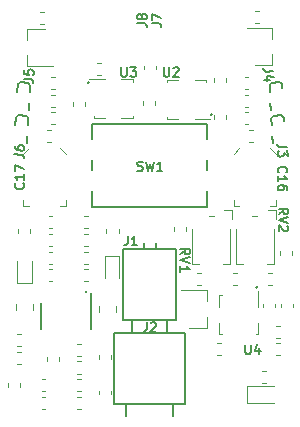
<source format=gto>
G04 #@! TF.GenerationSoftware,KiCad,Pcbnew,5.1.9-73d0e3b20d~88~ubuntu20.04.1*
G04 #@! TF.CreationDate,2021-06-04T11:55:54+03:00*
G04 #@! TF.ProjectId,differential-tweezer,64696666-6572-4656-9e74-69616c2d7477,rev?*
G04 #@! TF.SameCoordinates,Original*
G04 #@! TF.FileFunction,Legend,Top*
G04 #@! TF.FilePolarity,Positive*
%FSLAX46Y46*%
G04 Gerber Fmt 4.6, Leading zero omitted, Abs format (unit mm)*
G04 Created by KiCad (PCBNEW 5.1.9-73d0e3b20d~88~ubuntu20.04.1) date 2021-06-04 11:55:54*
%MOMM*%
%LPD*%
G01*
G04 APERTURE LIST*
%ADD10C,0.120000*%
%ADD11C,0.150000*%
%ADD12R,0.900000X0.800000*%
%ADD13R,1.500000X2.200000*%
%ADD14R,2.200000X1.500000*%
%ADD15C,2.800000*%
%ADD16C,2.000000*%
%ADD17R,2.000000X2.000000*%
%ADD18C,0.600000*%
%ADD19R,4.000000X5.000000*%
%ADD20R,3.000000X5.000000*%
%ADD21R,1.500000X2.000000*%
%ADD22C,4.200000*%
%ADD23R,3.200000X1.800000*%
%ADD24R,0.700000X0.600000*%
%ADD25O,0.400000X0.650000*%
%ADD26R,0.400000X0.300000*%
%ADD27R,2.400000X1.650000*%
%ADD28R,1.000000X0.650000*%
%ADD29O,0.650000X0.400000*%
%ADD30R,0.300000X0.400000*%
%ADD31R,1.650000X2.400000*%
%ADD32R,0.650000X1.000000*%
%ADD33R,3.300000X1.550000*%
%ADD34R,0.250000X0.700000*%
%ADD35R,1.600000X1.500000*%
%ADD36R,1.200000X1.200000*%
%ADD37R,1.000000X0.850000*%
G04 APERTURE END LIST*
D10*
X8700000Y-26900000D02*
G75*
G03*
X8700000Y-26900000I-100000J0D01*
G01*
X8900000Y-9200000D02*
G75*
G03*
X8900000Y-9200000I-100000J0D01*
G01*
X19300000Y-11900000D02*
G75*
G03*
X19300000Y-11900000I-100000J0D01*
G01*
X23150000Y-26500000D02*
G75*
G03*
X23150000Y-26500000I-100000J0D01*
G01*
G04 #@! TO.C,C21*
X9537221Y-7490000D02*
X9862779Y-7490000D01*
X9537221Y-8510000D02*
X9862779Y-8510000D01*
G04 #@! TO.C,C20*
X13490000Y-8062779D02*
X13490000Y-7737221D01*
X14510000Y-8062779D02*
X14510000Y-7737221D01*
G04 #@! TO.C,D6*
X18810000Y-29930000D02*
X18810000Y-29000000D01*
X18810000Y-26770000D02*
X18810000Y-27700000D01*
X18810000Y-26770000D02*
X16650000Y-26770000D01*
X18810000Y-29930000D02*
X17350000Y-29930000D01*
G04 #@! TO.C,L4*
X2690000Y-28461252D02*
X2690000Y-27938748D01*
X4110000Y-28461252D02*
X4110000Y-27938748D01*
G04 #@! TO.C,L3*
X9690000Y-28586252D02*
X9690000Y-28063748D01*
X11110000Y-28586252D02*
X11110000Y-28063748D01*
G04 #@! TO.C,C22*
X14410000Y-10737221D02*
X14410000Y-11062779D01*
X13390000Y-10737221D02*
X13390000Y-11062779D01*
D11*
G04 #@! TO.C,J2*
X12000000Y-37400000D02*
X12000000Y-36400000D01*
X16000000Y-37400000D02*
X16000000Y-36400000D01*
X12500000Y-30400000D02*
X12500000Y-29400000D01*
X15500000Y-30400000D02*
X15500000Y-29400000D01*
X17000000Y-36400000D02*
X11000000Y-36400000D01*
X11000000Y-36400000D02*
X11000000Y-30400000D01*
X11000000Y-30400000D02*
X17000000Y-30400000D01*
X17000000Y-30400000D02*
X17000000Y-36400000D01*
G04 #@! TO.C,J4*
X24255981Y-11487813D02*
X24224579Y-10888635D01*
X24177477Y-9989869D02*
X24148692Y-9440622D01*
X24148692Y-9440622D02*
X24190773Y-9288211D01*
X24190773Y-9288211D02*
X24335334Y-9180498D01*
X24335334Y-9180498D02*
X24934512Y-9149096D01*
X24934512Y-9149096D02*
X25086923Y-9191177D01*
X25086923Y-9191177D02*
X25194636Y-9335738D01*
X25194636Y-9335738D02*
X25210337Y-9635327D01*
G04 #@! TO.C,J3*
X24405981Y-14287813D02*
X24374579Y-13688635D01*
X24327477Y-12789869D02*
X24298692Y-12240622D01*
X24298692Y-12240622D02*
X24340773Y-12088211D01*
X24340773Y-12088211D02*
X24485334Y-11980498D01*
X24485334Y-11980498D02*
X25084512Y-11949096D01*
X25084512Y-11949096D02*
X25236923Y-11991177D01*
X25236923Y-11991177D02*
X25344636Y-12135738D01*
X25344636Y-12135738D02*
X25360337Y-12435327D01*
G04 #@! TO.C,J6*
X2655364Y-12135738D02*
X2623962Y-12734916D01*
X2763077Y-11991177D02*
X2655364Y-12135738D01*
X2915488Y-11949096D02*
X2763077Y-11991177D01*
X3514666Y-11980498D02*
X2915488Y-11949096D01*
X3659227Y-12088211D02*
X3514666Y-11980498D01*
X3701308Y-12240622D02*
X3659227Y-12088211D01*
X3672523Y-12789869D02*
X3701308Y-12240622D01*
X3594019Y-14287813D02*
X3625421Y-13688635D01*
G04 #@! TO.C,J5*
X2805364Y-9335738D02*
X2773962Y-9934916D01*
X2913077Y-9191177D02*
X2805364Y-9335738D01*
X3065488Y-9149096D02*
X2913077Y-9191177D01*
X3664666Y-9180498D02*
X3065488Y-9149096D01*
X3809227Y-9288211D02*
X3664666Y-9180498D01*
X3851308Y-9440622D02*
X3809227Y-9288211D01*
X3822523Y-9989869D02*
X3851308Y-9440622D01*
X3744019Y-11487813D02*
X3775421Y-10888635D01*
G04 #@! TO.C,J1*
X12500000Y-30300000D02*
X12500000Y-29300000D01*
X15500000Y-30300000D02*
X15500000Y-29300000D01*
X14500000Y-23300000D02*
X14500000Y-22800000D01*
X13500000Y-23300000D02*
X13500000Y-22800000D01*
X16250000Y-29300000D02*
X11750000Y-29300000D01*
X11750000Y-29300000D02*
X11750000Y-23300000D01*
X11750000Y-23300000D02*
X16250000Y-23300000D01*
X16250000Y-23300000D02*
X16250000Y-29300000D01*
D10*
G04 #@! TO.C,R23*
X22037221Y-8690000D02*
X22362779Y-8690000D01*
X22037221Y-9710000D02*
X22362779Y-9710000D01*
G04 #@! TO.C,R11*
X5962779Y-12710000D02*
X5637221Y-12710000D01*
X5962779Y-11690000D02*
X5637221Y-11690000D01*
G04 #@! TO.C,L9*
X10710000Y-32237221D02*
X10710000Y-32562779D01*
X9690000Y-32237221D02*
X9690000Y-32562779D01*
G04 #@! TO.C,D5*
X3640000Y-4620000D02*
X3640000Y-5550000D01*
X3640000Y-7780000D02*
X3640000Y-6850000D01*
X3640000Y-7780000D02*
X5800000Y-7780000D01*
X3640000Y-4620000D02*
X5100000Y-4620000D01*
G04 #@! TO.C,D4*
X24360000Y-7680000D02*
X24360000Y-6750000D01*
X24360000Y-4520000D02*
X24360000Y-5450000D01*
X24360000Y-4520000D02*
X22200000Y-4520000D01*
X24360000Y-7680000D02*
X22900000Y-7680000D01*
G04 #@! TO.C,C11*
X5637221Y-10190000D02*
X5962779Y-10190000D01*
X5637221Y-11210000D02*
X5962779Y-11210000D01*
G04 #@! TO.C,C1*
X22037221Y-10190000D02*
X22362779Y-10190000D01*
X22037221Y-11210000D02*
X22362779Y-11210000D01*
G04 #@! TO.C,R8*
X23862779Y-33590000D02*
X23537221Y-33590000D01*
X23862779Y-34610000D02*
X23537221Y-34610000D01*
G04 #@! TO.C,D3*
X22215000Y-36335000D02*
X24500000Y-36335000D01*
X22215000Y-34865000D02*
X22215000Y-36335000D01*
X24500000Y-34865000D02*
X22215000Y-34865000D01*
G04 #@! TO.C,R7*
X17110000Y-21437221D02*
X17110000Y-21762779D01*
X16090000Y-21437221D02*
X16090000Y-21762779D01*
G04 #@! TO.C,C10*
X24990000Y-23762779D02*
X24990000Y-23437221D01*
X26010000Y-23762779D02*
X26010000Y-23437221D01*
D11*
G04 #@! TO.C,SW1*
X9150000Y-19750000D02*
X18850000Y-19750000D01*
X18850000Y-19750000D02*
X18850000Y-12650000D01*
X18850000Y-12650000D02*
X9150000Y-12650000D01*
X9150000Y-12650000D02*
X9150000Y-19750000D01*
D10*
G04 #@! TO.C,R12*
X22712779Y-14210000D02*
X22387221Y-14210000D01*
X22712779Y-13190000D02*
X22387221Y-13190000D01*
G04 #@! TO.C,L8*
X2840000Y-21912779D02*
X2840000Y-21587221D01*
X3860000Y-21912779D02*
X3860000Y-21587221D01*
G04 #@! TO.C,L7*
X10340000Y-21912779D02*
X10340000Y-21587221D01*
X11360000Y-21912779D02*
X11360000Y-21587221D01*
G04 #@! TO.C,L1*
X9690000Y-35575279D02*
X9690000Y-35249721D01*
X10710000Y-35575279D02*
X10710000Y-35249721D01*
G04 #@! TO.C,R15*
X5962779Y-9760000D02*
X5637221Y-9760000D01*
X5962779Y-8740000D02*
X5637221Y-8740000D01*
G04 #@! TO.C,C26*
X8162779Y-33810000D02*
X7837221Y-33810000D01*
X8162779Y-32790000D02*
X7837221Y-32790000D01*
G04 #@! TO.C,D2*
X11400000Y-23850000D02*
X10200000Y-23850000D01*
X11400000Y-25700000D02*
X11400000Y-23850000D01*
X10200000Y-25700000D02*
X10200000Y-23850000D01*
G04 #@! TO.C,D1*
X2800000Y-26150000D02*
X4000000Y-26150000D01*
X2800000Y-24300000D02*
X2800000Y-26150000D01*
X4000000Y-24300000D02*
X4000000Y-26150000D01*
G04 #@! TO.C,U4*
X19900000Y-29550000D02*
X19900000Y-30500000D01*
X23200000Y-26850000D02*
X23200000Y-28150000D01*
X23200000Y-29550000D02*
X23200000Y-30500000D01*
X19900000Y-27200000D02*
X19900000Y-28150000D01*
X23000000Y-30500000D02*
X23200000Y-30500000D01*
X20100000Y-30500000D02*
X19900000Y-30500000D01*
X19900000Y-27200000D02*
X20100000Y-27200000D01*
G04 #@! TO.C,U3*
X11600000Y-12200000D02*
X12550000Y-12200000D01*
X8900000Y-8900000D02*
X10200000Y-8900000D01*
X11600000Y-8900000D02*
X12550000Y-8900000D01*
X9250000Y-12200000D02*
X10200000Y-12200000D01*
X12550000Y-9100000D02*
X12550000Y-8900000D01*
X12550000Y-12000000D02*
X12550000Y-12200000D01*
X9250000Y-12200000D02*
X9250000Y-12000000D01*
G04 #@! TO.C,U2*
X16400000Y-8950000D02*
X15450000Y-8950000D01*
X19100000Y-12250000D02*
X17800000Y-12250000D01*
X16400000Y-12250000D02*
X15450000Y-12250000D01*
X18750000Y-8950000D02*
X17800000Y-8950000D01*
X15450000Y-12050000D02*
X15450000Y-12250000D01*
X15450000Y-9150000D02*
X15450000Y-8950000D01*
X18750000Y-8950000D02*
X18750000Y-9150000D01*
D11*
G04 #@! TO.C,U1*
X4775000Y-27800000D02*
X4775000Y-30000000D01*
X9025000Y-27025000D02*
X9025000Y-30000000D01*
D10*
G04 #@! TO.C,RV2*
X23100000Y-20500000D02*
X22700000Y-20500000D01*
X24500000Y-21600000D02*
X24500000Y-24500000D01*
X24500000Y-24500000D02*
X23900000Y-24500000D01*
X21300000Y-21600000D02*
X21300000Y-24500000D01*
X21300000Y-24500000D02*
X21900000Y-24500000D01*
X24700000Y-20700000D02*
X24700000Y-20000000D01*
X24700000Y-20000000D02*
X24000000Y-20000000D01*
G04 #@! TO.C,RV1*
X19400000Y-20500000D02*
X19000000Y-20500000D01*
X20800000Y-21600000D02*
X20800000Y-24500000D01*
X20800000Y-24500000D02*
X20200000Y-24500000D01*
X17600000Y-21600000D02*
X17600000Y-24500000D01*
X17600000Y-24500000D02*
X18200000Y-24500000D01*
X21000000Y-20700000D02*
X21000000Y-20000000D01*
X21000000Y-20000000D02*
X20300000Y-20000000D01*
G04 #@! TO.C,R22*
X19737221Y-31190000D02*
X20062779Y-31190000D01*
X19737221Y-32210000D02*
X20062779Y-32210000D01*
G04 #@! TO.C,R21*
X24610000Y-27887221D02*
X24610000Y-28212779D01*
X23590000Y-27887221D02*
X23590000Y-28212779D01*
G04 #@! TO.C,R20*
X18362779Y-26310000D02*
X18037221Y-26310000D01*
X18362779Y-25290000D02*
X18037221Y-25290000D01*
G04 #@! TO.C,R19*
X24362779Y-26310000D02*
X24037221Y-26310000D01*
X24362779Y-25290000D02*
X24037221Y-25290000D01*
G04 #@! TO.C,R18*
X21362779Y-26310000D02*
X21037221Y-26310000D01*
X21362779Y-25290000D02*
X21037221Y-25290000D01*
G04 #@! TO.C,R17*
X8510000Y-10837221D02*
X8510000Y-11162779D01*
X7490000Y-10837221D02*
X7490000Y-11162779D01*
G04 #@! TO.C,R16*
X20460000Y-11937221D02*
X20460000Y-12262779D01*
X19440000Y-11937221D02*
X19440000Y-12262779D01*
G04 #@! TO.C,R14*
X22362779Y-12710000D02*
X22037221Y-12710000D01*
X22362779Y-11690000D02*
X22037221Y-11690000D01*
G04 #@! TO.C,R13*
X5287221Y-13190000D02*
X5612779Y-13190000D01*
X5287221Y-14210000D02*
X5612779Y-14210000D01*
G04 #@! TO.C,R10*
X4737221Y-3190000D02*
X5062779Y-3190000D01*
X4737221Y-4210000D02*
X5062779Y-4210000D01*
G04 #@! TO.C,R9*
X23262779Y-4110000D02*
X22937221Y-4110000D01*
X23262779Y-3090000D02*
X22937221Y-3090000D01*
G04 #@! TO.C,R6*
X5290000Y-32762779D02*
X5290000Y-32437221D01*
X6310000Y-32762779D02*
X6310000Y-32437221D01*
G04 #@! TO.C,R3*
X2737221Y-30490000D02*
X3062779Y-30490000D01*
X2737221Y-31510000D02*
X3062779Y-31510000D01*
G04 #@! TO.C,R2*
X4837221Y-34290000D02*
X5162779Y-34290000D01*
X4837221Y-35310000D02*
X5162779Y-35310000D01*
G04 #@! TO.C,R1*
X3010000Y-34587221D02*
X3010000Y-34912779D01*
X1990000Y-34587221D02*
X1990000Y-34912779D01*
G04 #@! TO.C,L6*
X5762779Y-24510000D02*
X5437221Y-24510000D01*
X5762779Y-23490000D02*
X5437221Y-23490000D01*
G04 #@! TO.C,L5*
X8437221Y-23490000D02*
X8762779Y-23490000D01*
X8437221Y-24510000D02*
X8762779Y-24510000D01*
G04 #@! TO.C,L2*
X7837221Y-34290000D02*
X8162779Y-34290000D01*
X7837221Y-35310000D02*
X8162779Y-35310000D01*
G04 #@! TO.C,C25*
X25012779Y-30810000D02*
X24687221Y-30810000D01*
X25012779Y-29790000D02*
X24687221Y-29790000D01*
G04 #@! TO.C,C24*
X24687221Y-31240000D02*
X25012779Y-31240000D01*
X24687221Y-32260000D02*
X25012779Y-32260000D01*
G04 #@! TO.C,C23*
X20450000Y-8767221D02*
X20450000Y-9092779D01*
X19430000Y-8767221D02*
X19430000Y-9092779D01*
G04 #@! TO.C,C19*
X25090000Y-28212779D02*
X25090000Y-27887221D01*
X26110000Y-28212779D02*
X26110000Y-27887221D01*
G04 #@! TO.C,C17*
X6400000Y-14750000D02*
X6900000Y-15250000D01*
X3800000Y-14750000D02*
X3300000Y-15250000D01*
X6900000Y-19650000D02*
X6900000Y-19150000D01*
X6900000Y-19650000D02*
X6400000Y-19650000D01*
X3300000Y-19650000D02*
X3300000Y-19150000D01*
X3300000Y-19650000D02*
X3800000Y-19650000D01*
G04 #@! TO.C,C16*
X24200000Y-14750000D02*
X24700000Y-15250000D01*
X21600000Y-14750000D02*
X21100000Y-15250000D01*
X24700000Y-19650000D02*
X24700000Y-19150000D01*
X24700000Y-19650000D02*
X24200000Y-19650000D01*
X21100000Y-19650000D02*
X21100000Y-19150000D01*
X21100000Y-19650000D02*
X21600000Y-19650000D01*
G04 #@! TO.C,C13*
X5437221Y-20490000D02*
X5762779Y-20490000D01*
X5437221Y-21510000D02*
X5762779Y-21510000D01*
G04 #@! TO.C,C12*
X8762779Y-21510000D02*
X8437221Y-21510000D01*
X8762779Y-20490000D02*
X8437221Y-20490000D01*
G04 #@! TO.C,C9*
X5437221Y-21990000D02*
X5762779Y-21990000D01*
X5437221Y-23010000D02*
X5762779Y-23010000D01*
G04 #@! TO.C,C8*
X8762779Y-23010000D02*
X8437221Y-23010000D01*
X8762779Y-21990000D02*
X8437221Y-21990000D01*
G04 #@! TO.C,C7*
X5437221Y-24990000D02*
X5762779Y-24990000D01*
X5437221Y-26010000D02*
X5762779Y-26010000D01*
G04 #@! TO.C,C6*
X8762779Y-26010000D02*
X8437221Y-26010000D01*
X8762779Y-24990000D02*
X8437221Y-24990000D01*
G04 #@! TO.C,C5*
X2737221Y-31990000D02*
X3062779Y-31990000D01*
X2737221Y-33010000D02*
X3062779Y-33010000D01*
G04 #@! TO.C,C4*
X4837221Y-35790000D02*
X5162779Y-35790000D01*
X4837221Y-36810000D02*
X5162779Y-36810000D01*
G04 #@! TO.C,C3*
X8162779Y-32310000D02*
X7837221Y-32310000D01*
X8162779Y-31290000D02*
X7837221Y-31290000D01*
G04 #@! TO.C,C2*
X8162779Y-36810000D02*
X7837221Y-36810000D01*
X8162779Y-35790000D02*
X7837221Y-35790000D01*
G04 #@! TO.C,J8*
D11*
X12961904Y-4166666D02*
X13533333Y-4166666D01*
X13647619Y-4204761D01*
X13723809Y-4280952D01*
X13761904Y-4395238D01*
X13761904Y-4471428D01*
X13304761Y-3671428D02*
X13266666Y-3747619D01*
X13228571Y-3785714D01*
X13152380Y-3823809D01*
X13114285Y-3823809D01*
X13038095Y-3785714D01*
X13000000Y-3747619D01*
X12961904Y-3671428D01*
X12961904Y-3519047D01*
X13000000Y-3442857D01*
X13038095Y-3404761D01*
X13114285Y-3366666D01*
X13152380Y-3366666D01*
X13228571Y-3404761D01*
X13266666Y-3442857D01*
X13304761Y-3519047D01*
X13304761Y-3671428D01*
X13342857Y-3747619D01*
X13380952Y-3785714D01*
X13457142Y-3823809D01*
X13609523Y-3823809D01*
X13685714Y-3785714D01*
X13723809Y-3747619D01*
X13761904Y-3671428D01*
X13761904Y-3519047D01*
X13723809Y-3442857D01*
X13685714Y-3404761D01*
X13609523Y-3366666D01*
X13457142Y-3366666D01*
X13380952Y-3404761D01*
X13342857Y-3442857D01*
X13304761Y-3519047D01*
G04 #@! TO.C,J2*
X13733333Y-29461904D02*
X13733333Y-30033333D01*
X13695238Y-30147619D01*
X13619047Y-30223809D01*
X13504761Y-30261904D01*
X13428571Y-30261904D01*
X14076190Y-29538095D02*
X14114285Y-29500000D01*
X14190476Y-29461904D01*
X14380952Y-29461904D01*
X14457142Y-29500000D01*
X14495238Y-29538095D01*
X14533333Y-29614285D01*
X14533333Y-29690476D01*
X14495238Y-29804761D01*
X14038095Y-30261904D01*
X14533333Y-30261904D01*
G04 #@! TO.C,J4*
X24423538Y-8210770D02*
X23852893Y-8240676D01*
X23736770Y-8208615D01*
X23656696Y-8136516D01*
X23612672Y-8024381D01*
X23608684Y-7948295D01*
X24195118Y-8947544D02*
X23662516Y-8975456D01*
X24489494Y-8741379D02*
X23908879Y-8581070D01*
X23934798Y-9075629D01*
G04 #@! TO.C,J3*
X25623538Y-14610770D02*
X25052893Y-14640676D01*
X24936770Y-14608615D01*
X24856696Y-14536516D01*
X24812672Y-14424381D01*
X24808684Y-14348295D01*
X25639488Y-14915114D02*
X25665407Y-15409674D01*
X25347106Y-15159323D01*
X25353088Y-15273452D01*
X25319032Y-15351531D01*
X25282983Y-15391568D01*
X25208890Y-15433599D01*
X25018675Y-15443568D01*
X24940596Y-15409512D01*
X24900559Y-15373463D01*
X24858528Y-15299370D01*
X24846566Y-15071112D01*
X24880621Y-14993032D01*
X24916671Y-14952996D01*
G04 #@! TO.C,J6*
X2548548Y-15243373D02*
X3119194Y-15273279D01*
X3231329Y-15317303D01*
X3303428Y-15397377D01*
X3335490Y-15513500D01*
X3331502Y-15589586D01*
X2586430Y-14520555D02*
X2578455Y-14672727D01*
X2612510Y-14750807D01*
X2648559Y-14790844D01*
X2758701Y-14872911D01*
X2908879Y-14918929D01*
X3213224Y-14934879D01*
X3291303Y-14900824D01*
X3331340Y-14864774D01*
X3373371Y-14790682D01*
X3381346Y-14638510D01*
X3347290Y-14560430D01*
X3311241Y-14520393D01*
X3237149Y-14478363D01*
X3046934Y-14468394D01*
X2968854Y-14502449D01*
X2928817Y-14538499D01*
X2886786Y-14612591D01*
X2878811Y-14764763D01*
X2912867Y-14842843D01*
X2948916Y-14882880D01*
X3023009Y-14924910D01*
G04 #@! TO.C,J5*
X3348548Y-8843373D02*
X3919194Y-8873279D01*
X4031329Y-8917303D01*
X4103428Y-8997377D01*
X4135490Y-9113500D01*
X4131502Y-9189586D01*
X3388423Y-8082512D02*
X3368486Y-8462942D01*
X3746922Y-8520923D01*
X3710873Y-8480886D01*
X3676818Y-8402806D01*
X3686786Y-8212591D01*
X3728817Y-8138499D01*
X3768854Y-8102449D01*
X3846934Y-8068394D01*
X4037149Y-8078363D01*
X4111241Y-8120393D01*
X4147290Y-8160430D01*
X4181346Y-8238510D01*
X4171377Y-8428725D01*
X4129347Y-8502817D01*
X4089310Y-8538867D01*
G04 #@! TO.C,J1*
X12133333Y-22161904D02*
X12133333Y-22733333D01*
X12095238Y-22847619D01*
X12019047Y-22923809D01*
X11904761Y-22961904D01*
X11828571Y-22961904D01*
X12933333Y-22961904D02*
X12476190Y-22961904D01*
X12704761Y-22961904D02*
X12704761Y-22161904D01*
X12628571Y-22276190D01*
X12552380Y-22352380D01*
X12476190Y-22390476D01*
G04 #@! TO.C,J7*
X14161904Y-4166666D02*
X14733333Y-4166666D01*
X14847619Y-4204761D01*
X14923809Y-4280952D01*
X14961904Y-4395238D01*
X14961904Y-4471428D01*
X14161904Y-3861904D02*
X14161904Y-3328571D01*
X14961904Y-3671428D01*
G04 #@! TO.C,SW1*
X12933333Y-16623809D02*
X13047619Y-16661904D01*
X13238095Y-16661904D01*
X13314285Y-16623809D01*
X13352380Y-16585714D01*
X13390476Y-16509523D01*
X13390476Y-16433333D01*
X13352380Y-16357142D01*
X13314285Y-16319047D01*
X13238095Y-16280952D01*
X13085714Y-16242857D01*
X13009523Y-16204761D01*
X12971428Y-16166666D01*
X12933333Y-16090476D01*
X12933333Y-16014285D01*
X12971428Y-15938095D01*
X13009523Y-15900000D01*
X13085714Y-15861904D01*
X13276190Y-15861904D01*
X13390476Y-15900000D01*
X13657142Y-15861904D02*
X13847619Y-16661904D01*
X14000000Y-16090476D01*
X14152380Y-16661904D01*
X14342857Y-15861904D01*
X15066666Y-16661904D02*
X14609523Y-16661904D01*
X14838095Y-16661904D02*
X14838095Y-15861904D01*
X14761904Y-15976190D01*
X14685714Y-16052380D01*
X14609523Y-16090476D01*
G04 #@! TO.C,U4*
X22090476Y-31361904D02*
X22090476Y-32009523D01*
X22128571Y-32085714D01*
X22166666Y-32123809D01*
X22242857Y-32161904D01*
X22395238Y-32161904D01*
X22471428Y-32123809D01*
X22509523Y-32085714D01*
X22547619Y-32009523D01*
X22547619Y-31361904D01*
X23271428Y-31628571D02*
X23271428Y-32161904D01*
X23080952Y-31323809D02*
X22890476Y-31895238D01*
X23385714Y-31895238D01*
G04 #@! TO.C,U3*
X11590476Y-7861904D02*
X11590476Y-8509523D01*
X11628571Y-8585714D01*
X11666666Y-8623809D01*
X11742857Y-8661904D01*
X11895238Y-8661904D01*
X11971428Y-8623809D01*
X12009523Y-8585714D01*
X12047619Y-8509523D01*
X12047619Y-7861904D01*
X12352380Y-7861904D02*
X12847619Y-7861904D01*
X12580952Y-8166666D01*
X12695238Y-8166666D01*
X12771428Y-8204761D01*
X12809523Y-8242857D01*
X12847619Y-8319047D01*
X12847619Y-8509523D01*
X12809523Y-8585714D01*
X12771428Y-8623809D01*
X12695238Y-8661904D01*
X12466666Y-8661904D01*
X12390476Y-8623809D01*
X12352380Y-8585714D01*
G04 #@! TO.C,U2*
X15190476Y-7861904D02*
X15190476Y-8509523D01*
X15228571Y-8585714D01*
X15266666Y-8623809D01*
X15342857Y-8661904D01*
X15495238Y-8661904D01*
X15571428Y-8623809D01*
X15609523Y-8585714D01*
X15647619Y-8509523D01*
X15647619Y-7861904D01*
X15990476Y-7938095D02*
X16028571Y-7900000D01*
X16104761Y-7861904D01*
X16295238Y-7861904D01*
X16371428Y-7900000D01*
X16409523Y-7938095D01*
X16447619Y-8014285D01*
X16447619Y-8090476D01*
X16409523Y-8204761D01*
X15952380Y-8661904D01*
X16447619Y-8661904D01*
G04 #@! TO.C,RV2*
X24938095Y-20323809D02*
X25319047Y-20057142D01*
X24938095Y-19866666D02*
X25738095Y-19866666D01*
X25738095Y-20171428D01*
X25700000Y-20247619D01*
X25661904Y-20285714D01*
X25585714Y-20323809D01*
X25471428Y-20323809D01*
X25395238Y-20285714D01*
X25357142Y-20247619D01*
X25319047Y-20171428D01*
X25319047Y-19866666D01*
X25738095Y-20552380D02*
X24938095Y-20819047D01*
X25738095Y-21085714D01*
X25661904Y-21314285D02*
X25700000Y-21352380D01*
X25738095Y-21428571D01*
X25738095Y-21619047D01*
X25700000Y-21695238D01*
X25661904Y-21733333D01*
X25585714Y-21771428D01*
X25509523Y-21771428D01*
X25395238Y-21733333D01*
X24938095Y-21276190D01*
X24938095Y-21771428D01*
G04 #@! TO.C,RV1*
X16588095Y-23723809D02*
X16969047Y-23457142D01*
X16588095Y-23266666D02*
X17388095Y-23266666D01*
X17388095Y-23571428D01*
X17350000Y-23647619D01*
X17311904Y-23685714D01*
X17235714Y-23723809D01*
X17121428Y-23723809D01*
X17045238Y-23685714D01*
X17007142Y-23647619D01*
X16969047Y-23571428D01*
X16969047Y-23266666D01*
X17388095Y-23952380D02*
X16588095Y-24219047D01*
X17388095Y-24485714D01*
X16588095Y-25171428D02*
X16588095Y-24714285D01*
X16588095Y-24942857D02*
X17388095Y-24942857D01*
X17273809Y-24866666D01*
X17197619Y-24790476D01*
X17159523Y-24714285D01*
G04 #@! TO.C,C17*
X3285714Y-17714285D02*
X3323809Y-17752380D01*
X3361904Y-17866666D01*
X3361904Y-17942857D01*
X3323809Y-18057142D01*
X3247619Y-18133333D01*
X3171428Y-18171428D01*
X3019047Y-18209523D01*
X2904761Y-18209523D01*
X2752380Y-18171428D01*
X2676190Y-18133333D01*
X2600000Y-18057142D01*
X2561904Y-17942857D01*
X2561904Y-17866666D01*
X2600000Y-17752380D01*
X2638095Y-17714285D01*
X3361904Y-16952380D02*
X3361904Y-17409523D01*
X3361904Y-17180952D02*
X2561904Y-17180952D01*
X2676190Y-17257142D01*
X2752380Y-17333333D01*
X2790476Y-17409523D01*
X2561904Y-16685714D02*
X2561904Y-16152380D01*
X3361904Y-16495238D01*
G04 #@! TO.C,C16*
X24914285Y-16785714D02*
X24876190Y-16747619D01*
X24838095Y-16633333D01*
X24838095Y-16557142D01*
X24876190Y-16442857D01*
X24952380Y-16366666D01*
X25028571Y-16328571D01*
X25180952Y-16290476D01*
X25295238Y-16290476D01*
X25447619Y-16328571D01*
X25523809Y-16366666D01*
X25600000Y-16442857D01*
X25638095Y-16557142D01*
X25638095Y-16633333D01*
X25600000Y-16747619D01*
X25561904Y-16785714D01*
X24838095Y-17547619D02*
X24838095Y-17090476D01*
X24838095Y-17319047D02*
X25638095Y-17319047D01*
X25523809Y-17242857D01*
X25447619Y-17166666D01*
X25409523Y-17090476D01*
X25638095Y-18233333D02*
X25638095Y-18080952D01*
X25600000Y-18004761D01*
X25561904Y-17966666D01*
X25447619Y-17890476D01*
X25295238Y-17852380D01*
X24990476Y-17852380D01*
X24914285Y-17890476D01*
X24876190Y-17928571D01*
X24838095Y-18004761D01*
X24838095Y-18157142D01*
X24876190Y-18233333D01*
X24914285Y-18271428D01*
X24990476Y-18309523D01*
X25180952Y-18309523D01*
X25257142Y-18271428D01*
X25295238Y-18233333D01*
X25333333Y-18157142D01*
X25333333Y-18004761D01*
X25295238Y-17928571D01*
X25257142Y-17890476D01*
X25180952Y-17852380D01*
G04 #@! TD*
%LPC*%
G04 #@! TO.C,C21*
G36*
G01*
X10050000Y-8256250D02*
X10050000Y-7743750D01*
G75*
G02*
X10268750Y-7525000I218750J0D01*
G01*
X10706250Y-7525000D01*
G75*
G02*
X10925000Y-7743750I0J-218750D01*
G01*
X10925000Y-8256250D01*
G75*
G02*
X10706250Y-8475000I-218750J0D01*
G01*
X10268750Y-8475000D01*
G75*
G02*
X10050000Y-8256250I0J218750D01*
G01*
G37*
G36*
G01*
X8475000Y-8256250D02*
X8475000Y-7743750D01*
G75*
G02*
X8693750Y-7525000I218750J0D01*
G01*
X9131250Y-7525000D01*
G75*
G02*
X9350000Y-7743750I0J-218750D01*
G01*
X9350000Y-8256250D01*
G75*
G02*
X9131250Y-8475000I-218750J0D01*
G01*
X8693750Y-8475000D01*
G75*
G02*
X8475000Y-8256250I0J218750D01*
G01*
G37*
G04 #@! TD*
G04 #@! TO.C,C20*
G36*
G01*
X14256250Y-7550000D02*
X13743750Y-7550000D01*
G75*
G02*
X13525000Y-7331250I0J218750D01*
G01*
X13525000Y-6893750D01*
G75*
G02*
X13743750Y-6675000I218750J0D01*
G01*
X14256250Y-6675000D01*
G75*
G02*
X14475000Y-6893750I0J-218750D01*
G01*
X14475000Y-7331250D01*
G75*
G02*
X14256250Y-7550000I-218750J0D01*
G01*
G37*
G36*
G01*
X14256250Y-9125000D02*
X13743750Y-9125000D01*
G75*
G02*
X13525000Y-8906250I0J218750D01*
G01*
X13525000Y-8468750D01*
G75*
G02*
X13743750Y-8250000I218750J0D01*
G01*
X14256250Y-8250000D01*
G75*
G02*
X14475000Y-8468750I0J-218750D01*
G01*
X14475000Y-8906250D01*
G75*
G02*
X14256250Y-9125000I-218750J0D01*
G01*
G37*
G04 #@! TD*
D12*
G04 #@! TO.C,D6*
X19050000Y-28350000D03*
X17050000Y-29300000D03*
X17050000Y-27400000D03*
G04 #@! TD*
D13*
G04 #@! TO.C,J8*
X7400000Y-3900000D03*
D14*
X9700000Y-6200000D03*
D13*
X12000000Y-3900000D03*
G36*
G01*
X9375000Y-2650000D02*
X10025000Y-2650000D01*
G75*
G02*
X10200000Y-2825000I0J-175000D01*
G01*
X10200000Y-3175000D01*
G75*
G02*
X10025000Y-3350000I-175000J0D01*
G01*
X9375000Y-3350000D01*
G75*
G02*
X9200000Y-3175000I0J175000D01*
G01*
X9200000Y-2825000D01*
G75*
G02*
X9375000Y-2650000I175000J0D01*
G01*
G37*
G36*
G01*
X9150000Y-3575000D02*
X9150000Y-4225000D01*
G75*
G02*
X8975000Y-4400000I-175000J0D01*
G01*
X8625000Y-4400000D01*
G75*
G02*
X8450000Y-4225000I0J175000D01*
G01*
X8450000Y-3575000D01*
G75*
G02*
X8625000Y-3400000I175000J0D01*
G01*
X8975000Y-3400000D01*
G75*
G02*
X9150000Y-3575000I0J-175000D01*
G01*
G37*
G36*
G01*
X9375000Y-4450000D02*
X10025000Y-4450000D01*
G75*
G02*
X10200000Y-4625000I0J-175000D01*
G01*
X10200000Y-4975000D01*
G75*
G02*
X10025000Y-5150000I-175000J0D01*
G01*
X9375000Y-5150000D01*
G75*
G02*
X9200000Y-4975000I0J175000D01*
G01*
X9200000Y-4625000D01*
G75*
G02*
X9375000Y-4450000I175000J0D01*
G01*
G37*
D14*
X9700000Y-1600000D03*
G36*
G01*
X10950000Y-3575000D02*
X10950000Y-4225000D01*
G75*
G02*
X10775000Y-4400000I-175000J0D01*
G01*
X10425000Y-4400000D01*
G75*
G02*
X10250000Y-4225000I0J175000D01*
G01*
X10250000Y-3575000D01*
G75*
G02*
X10425000Y-3400000I175000J0D01*
G01*
X10775000Y-3400000D01*
G75*
G02*
X10950000Y-3575000I0J-175000D01*
G01*
G37*
D15*
X7500000Y-1700000D03*
X7500000Y-6100000D03*
X11900000Y-6100000D03*
X11900000Y-1700000D03*
D16*
X9700000Y-3900000D03*
G04 #@! TD*
G04 #@! TO.C,L4*
G36*
G01*
X3850001Y-27750000D02*
X2949999Y-27750000D01*
G75*
G02*
X2700000Y-27500001I0J249999D01*
G01*
X2700000Y-26849999D01*
G75*
G02*
X2949999Y-26600000I249999J0D01*
G01*
X3850001Y-26600000D01*
G75*
G02*
X4100000Y-26849999I0J-249999D01*
G01*
X4100000Y-27500001D01*
G75*
G02*
X3850001Y-27750000I-249999J0D01*
G01*
G37*
G36*
G01*
X3850001Y-29800000D02*
X2949999Y-29800000D01*
G75*
G02*
X2700000Y-29550001I0J249999D01*
G01*
X2700000Y-28899999D01*
G75*
G02*
X2949999Y-28650000I249999J0D01*
G01*
X3850001Y-28650000D01*
G75*
G02*
X4100000Y-28899999I0J-249999D01*
G01*
X4100000Y-29550001D01*
G75*
G02*
X3850001Y-29800000I-249999J0D01*
G01*
G37*
G04 #@! TD*
G04 #@! TO.C,L3*
G36*
G01*
X10850001Y-27875000D02*
X9949999Y-27875000D01*
G75*
G02*
X9700000Y-27625001I0J249999D01*
G01*
X9700000Y-26974999D01*
G75*
G02*
X9949999Y-26725000I249999J0D01*
G01*
X10850001Y-26725000D01*
G75*
G02*
X11100000Y-26974999I0J-249999D01*
G01*
X11100000Y-27625001D01*
G75*
G02*
X10850001Y-27875000I-249999J0D01*
G01*
G37*
G36*
G01*
X10850001Y-29925000D02*
X9949999Y-29925000D01*
G75*
G02*
X9700000Y-29675001I0J249999D01*
G01*
X9700000Y-29024999D01*
G75*
G02*
X9949999Y-28775000I249999J0D01*
G01*
X10850001Y-28775000D01*
G75*
G02*
X11100000Y-29024999I0J-249999D01*
G01*
X11100000Y-29675001D01*
G75*
G02*
X10850001Y-29925000I-249999J0D01*
G01*
G37*
G04 #@! TD*
G04 #@! TO.C,C22*
G36*
G01*
X13643750Y-11250000D02*
X14156250Y-11250000D01*
G75*
G02*
X14375000Y-11468750I0J-218750D01*
G01*
X14375000Y-11906250D01*
G75*
G02*
X14156250Y-12125000I-218750J0D01*
G01*
X13643750Y-12125000D01*
G75*
G02*
X13425000Y-11906250I0J218750D01*
G01*
X13425000Y-11468750D01*
G75*
G02*
X13643750Y-11250000I218750J0D01*
G01*
G37*
G36*
G01*
X13643750Y-9675000D02*
X14156250Y-9675000D01*
G75*
G02*
X14375000Y-9893750I0J-218750D01*
G01*
X14375000Y-10331250D01*
G75*
G02*
X14156250Y-10550000I-218750J0D01*
G01*
X13643750Y-10550000D01*
G75*
G02*
X13425000Y-10331250I0J218750D01*
G01*
X13425000Y-9893750D01*
G75*
G02*
X13643750Y-9675000I218750J0D01*
G01*
G37*
G04 #@! TD*
D17*
G04 #@! TO.C,J2*
X14000000Y-31900000D03*
D18*
X15600000Y-31300000D03*
X15600000Y-33400000D03*
X15600000Y-35500000D03*
X12400000Y-31300000D03*
X12400000Y-33400000D03*
X12400000Y-35500000D03*
D17*
X14000000Y-34900000D03*
D19*
X14000000Y-33400000D03*
G04 #@! TD*
G04 #@! TO.C,J4*
G36*
G01*
X25299309Y-11332997D02*
X24899857Y-11353932D01*
G75*
G02*
X24847309Y-11306618I-2617J49931D01*
G01*
X24842075Y-11206755D01*
G75*
G02*
X24889389Y-11154207I49931J2617D01*
G01*
X25288841Y-11133272D01*
G75*
G02*
X25341389Y-11180586I2617J-49931D01*
G01*
X25346623Y-11280449D01*
G75*
G02*
X25299309Y-11332997I-49931J-2617D01*
G01*
G37*
G36*
G01*
X25270524Y-10783750D02*
X24871072Y-10804685D01*
G75*
G02*
X24818524Y-10757371I-2617J49931D01*
G01*
X24813290Y-10657508D01*
G75*
G02*
X24860604Y-10604960I49931J2617D01*
G01*
X25260056Y-10584025D01*
G75*
G02*
X25312604Y-10631339I2617J-49931D01*
G01*
X25317838Y-10731202D01*
G75*
G02*
X25270524Y-10783750I-49931J-2617D01*
G01*
G37*
G36*
G01*
X24111633Y-10644212D02*
X24090698Y-10244760D01*
G75*
G02*
X24138012Y-10192212I49931J2617D01*
G01*
X24237875Y-10186978D01*
G75*
G02*
X24290423Y-10234292I2617J-49931D01*
G01*
X24311358Y-10633744D01*
G75*
G02*
X24264044Y-10686292I-49931J-2617D01*
G01*
X24164181Y-10691526D01*
G75*
G02*
X24111633Y-10644212I-2617J49931D01*
G01*
G37*
G36*
G01*
X24891016Y-9752199D02*
X25140673Y-9739115D01*
G75*
G02*
X25272044Y-9857402I6542J-124829D01*
G01*
X25295595Y-10306786D01*
G75*
G02*
X25177308Y-10438157I-124829J-6542D01*
G01*
X24927651Y-10451241D01*
G75*
G02*
X24796280Y-10332954I-6542J124829D01*
G01*
X24772729Y-9883570D01*
G75*
G02*
X24891016Y-9752199I124829J6542D01*
G01*
G37*
G36*
G01*
X24110324Y-10619246D02*
X24092006Y-10269725D01*
G75*
G02*
X24257607Y-10085806I174760J9159D01*
G01*
X25206305Y-10036087D01*
G75*
G02*
X25390224Y-10201688I9159J-174760D01*
G01*
X25408542Y-10551209D01*
G75*
G02*
X25242941Y-10735128I-174760J-9159D01*
G01*
X24294243Y-10784847D01*
G75*
G02*
X24110324Y-10619246I-9159J174760D01*
G01*
G37*
G36*
G01*
X24856785Y-10054405D02*
X25206306Y-10036087D01*
G75*
G02*
X25390225Y-10201688I9159J-174760D01*
G01*
X25439944Y-11150386D01*
G75*
G02*
X25274343Y-11334305I-174760J-9159D01*
G01*
X24924822Y-11352623D01*
G75*
G02*
X24740903Y-11187022I-9159J174760D01*
G01*
X24691184Y-10238324D01*
G75*
G02*
X24856785Y-10054405I174760J9159D01*
G01*
G37*
D18*
X25099794Y-10392150D03*
X24500617Y-10423551D03*
X25131196Y-10991327D03*
G04 #@! TD*
G04 #@! TO.C,J3*
G36*
G01*
X25449309Y-14132997D02*
X25049857Y-14153932D01*
G75*
G02*
X24997309Y-14106618I-2617J49931D01*
G01*
X24992075Y-14006755D01*
G75*
G02*
X25039389Y-13954207I49931J2617D01*
G01*
X25438841Y-13933272D01*
G75*
G02*
X25491389Y-13980586I2617J-49931D01*
G01*
X25496623Y-14080449D01*
G75*
G02*
X25449309Y-14132997I-49931J-2617D01*
G01*
G37*
G36*
G01*
X25420524Y-13583750D02*
X25021072Y-13604685D01*
G75*
G02*
X24968524Y-13557371I-2617J49931D01*
G01*
X24963290Y-13457508D01*
G75*
G02*
X25010604Y-13404960I49931J2617D01*
G01*
X25410056Y-13384025D01*
G75*
G02*
X25462604Y-13431339I2617J-49931D01*
G01*
X25467838Y-13531202D01*
G75*
G02*
X25420524Y-13583750I-49931J-2617D01*
G01*
G37*
G36*
G01*
X24261633Y-13444212D02*
X24240698Y-13044760D01*
G75*
G02*
X24288012Y-12992212I49931J2617D01*
G01*
X24387875Y-12986978D01*
G75*
G02*
X24440423Y-13034292I2617J-49931D01*
G01*
X24461358Y-13433744D01*
G75*
G02*
X24414044Y-13486292I-49931J-2617D01*
G01*
X24314181Y-13491526D01*
G75*
G02*
X24261633Y-13444212I-2617J49931D01*
G01*
G37*
G36*
G01*
X25041016Y-12552199D02*
X25290673Y-12539115D01*
G75*
G02*
X25422044Y-12657402I6542J-124829D01*
G01*
X25445595Y-13106786D01*
G75*
G02*
X25327308Y-13238157I-124829J-6542D01*
G01*
X25077651Y-13251241D01*
G75*
G02*
X24946280Y-13132954I-6542J124829D01*
G01*
X24922729Y-12683570D01*
G75*
G02*
X25041016Y-12552199I124829J6542D01*
G01*
G37*
G36*
G01*
X24260324Y-13419246D02*
X24242006Y-13069725D01*
G75*
G02*
X24407607Y-12885806I174760J9159D01*
G01*
X25356305Y-12836087D01*
G75*
G02*
X25540224Y-13001688I9159J-174760D01*
G01*
X25558542Y-13351209D01*
G75*
G02*
X25392941Y-13535128I-174760J-9159D01*
G01*
X24444243Y-13584847D01*
G75*
G02*
X24260324Y-13419246I-9159J174760D01*
G01*
G37*
G36*
G01*
X25006785Y-12854405D02*
X25356306Y-12836087D01*
G75*
G02*
X25540225Y-13001688I9159J-174760D01*
G01*
X25589944Y-13950386D01*
G75*
G02*
X25424343Y-14134305I-174760J-9159D01*
G01*
X25074822Y-14152623D01*
G75*
G02*
X24890903Y-13987022I-9159J174760D01*
G01*
X24841184Y-13038324D01*
G75*
G02*
X25006785Y-12854405I174760J9159D01*
G01*
G37*
X25249794Y-13192150D03*
X24650617Y-13223551D03*
X25281196Y-13791327D03*
G04 #@! TD*
G04 #@! TO.C,J6*
G36*
G01*
X3759302Y-13044760D02*
X3738367Y-13444212D01*
G75*
G02*
X3685819Y-13491526I-49931J2617D01*
G01*
X3585956Y-13486292D01*
G75*
G02*
X3538642Y-13433744I2617J49931D01*
G01*
X3559577Y-13034292D01*
G75*
G02*
X3612125Y-12986978I49931J-2617D01*
G01*
X3711988Y-12992212D01*
G75*
G02*
X3759302Y-13044760I-2617J-49931D01*
G01*
G37*
G36*
G01*
X2950143Y-14153932D02*
X2550691Y-14132997D01*
G75*
G02*
X2503377Y-14080449I2617J49931D01*
G01*
X2508611Y-13980586D01*
G75*
G02*
X2561159Y-13933272I49931J-2617D01*
G01*
X2960611Y-13954207D01*
G75*
G02*
X3007925Y-14006755I-2617J-49931D01*
G01*
X3002691Y-14106618D01*
G75*
G02*
X2950143Y-14153932I-49931J2617D01*
G01*
G37*
X2718804Y-13791327D03*
X3349383Y-13223551D03*
X2750206Y-13192150D03*
G36*
G01*
X2925178Y-14152623D02*
X2575657Y-14134305D01*
G75*
G02*
X2410056Y-13950386I9159J174760D01*
G01*
X2459775Y-13001688D01*
G75*
G02*
X2643694Y-12836087I174760J-9159D01*
G01*
X2993215Y-12854405D01*
G75*
G02*
X3158816Y-13038324I-9159J-174760D01*
G01*
X3109097Y-13987022D01*
G75*
G02*
X2925178Y-14152623I-174760J9159D01*
G01*
G37*
G36*
G01*
X2441458Y-13351209D02*
X2459776Y-13001688D01*
G75*
G02*
X2643695Y-12836087I174760J-9159D01*
G01*
X3592393Y-12885806D01*
G75*
G02*
X3757994Y-13069725I-9159J-174760D01*
G01*
X3739676Y-13419246D01*
G75*
G02*
X3555757Y-13584847I-174760J9159D01*
G01*
X2607059Y-13535128D01*
G75*
G02*
X2441458Y-13351209I9159J174760D01*
G01*
G37*
G04 #@! TD*
G04 #@! TO.C,J5*
G36*
G01*
X3909302Y-10244760D02*
X3888367Y-10644212D01*
G75*
G02*
X3835819Y-10691526I-49931J2617D01*
G01*
X3735956Y-10686292D01*
G75*
G02*
X3688642Y-10633744I2617J49931D01*
G01*
X3709577Y-10234292D01*
G75*
G02*
X3762125Y-10186978I49931J-2617D01*
G01*
X3861988Y-10192212D01*
G75*
G02*
X3909302Y-10244760I-2617J-49931D01*
G01*
G37*
G36*
G01*
X3100143Y-11353932D02*
X2700691Y-11332997D01*
G75*
G02*
X2653377Y-11280449I2617J49931D01*
G01*
X2658611Y-11180586D01*
G75*
G02*
X2711159Y-11133272I49931J-2617D01*
G01*
X3110611Y-11154207D01*
G75*
G02*
X3157925Y-11206755I-2617J-49931D01*
G01*
X3152691Y-11306618D01*
G75*
G02*
X3100143Y-11353932I-49931J2617D01*
G01*
G37*
X2868804Y-10991327D03*
X3499383Y-10423551D03*
X2900206Y-10392150D03*
G36*
G01*
X3075178Y-11352623D02*
X2725657Y-11334305D01*
G75*
G02*
X2560056Y-11150386I9159J174760D01*
G01*
X2609775Y-10201688D01*
G75*
G02*
X2793694Y-10036087I174760J-9159D01*
G01*
X3143215Y-10054405D01*
G75*
G02*
X3308816Y-10238324I-9159J-174760D01*
G01*
X3259097Y-11187022D01*
G75*
G02*
X3075178Y-11352623I-174760J9159D01*
G01*
G37*
G36*
G01*
X2591458Y-10551209D02*
X2609776Y-10201688D01*
G75*
G02*
X2793695Y-10036087I174760J-9159D01*
G01*
X3742393Y-10085806D01*
G75*
G02*
X3907994Y-10269725I-9159J-174760D01*
G01*
X3889676Y-10619246D01*
G75*
G02*
X3705757Y-10784847I-174760J9159D01*
G01*
X2757059Y-10735128D01*
G75*
G02*
X2591458Y-10551209I9159J174760D01*
G01*
G37*
G04 #@! TD*
D16*
G04 #@! TO.C,J1*
X14000000Y-21700000D03*
D20*
X14000000Y-26300000D03*
D18*
X15100000Y-28400000D03*
X12900000Y-28400000D03*
X12900000Y-24200000D03*
X12900000Y-26300000D03*
X15100000Y-26300000D03*
X15100000Y-24200000D03*
D21*
X14000000Y-27800000D03*
X14000000Y-24800000D03*
G04 #@! TD*
D13*
G04 #@! TO.C,J7*
X16000000Y-3900000D03*
D14*
X18300000Y-6200000D03*
D13*
X20600000Y-3900000D03*
G36*
G01*
X17975000Y-2650000D02*
X18625000Y-2650000D01*
G75*
G02*
X18800000Y-2825000I0J-175000D01*
G01*
X18800000Y-3175000D01*
G75*
G02*
X18625000Y-3350000I-175000J0D01*
G01*
X17975000Y-3350000D01*
G75*
G02*
X17800000Y-3175000I0J175000D01*
G01*
X17800000Y-2825000D01*
G75*
G02*
X17975000Y-2650000I175000J0D01*
G01*
G37*
G36*
G01*
X17750000Y-3575000D02*
X17750000Y-4225000D01*
G75*
G02*
X17575000Y-4400000I-175000J0D01*
G01*
X17225000Y-4400000D01*
G75*
G02*
X17050000Y-4225000I0J175000D01*
G01*
X17050000Y-3575000D01*
G75*
G02*
X17225000Y-3400000I175000J0D01*
G01*
X17575000Y-3400000D01*
G75*
G02*
X17750000Y-3575000I0J-175000D01*
G01*
G37*
G36*
G01*
X17975000Y-4450000D02*
X18625000Y-4450000D01*
G75*
G02*
X18800000Y-4625000I0J-175000D01*
G01*
X18800000Y-4975000D01*
G75*
G02*
X18625000Y-5150000I-175000J0D01*
G01*
X17975000Y-5150000D01*
G75*
G02*
X17800000Y-4975000I0J175000D01*
G01*
X17800000Y-4625000D01*
G75*
G02*
X17975000Y-4450000I175000J0D01*
G01*
G37*
D14*
X18300000Y-1600000D03*
G36*
G01*
X19550000Y-3575000D02*
X19550000Y-4225000D01*
G75*
G02*
X19375000Y-4400000I-175000J0D01*
G01*
X19025000Y-4400000D01*
G75*
G02*
X18850000Y-4225000I0J175000D01*
G01*
X18850000Y-3575000D01*
G75*
G02*
X19025000Y-3400000I175000J0D01*
G01*
X19375000Y-3400000D01*
G75*
G02*
X19550000Y-3575000I0J-175000D01*
G01*
G37*
D15*
X16100000Y-1700000D03*
X16100000Y-6100000D03*
X20500000Y-6100000D03*
X20500000Y-1700000D03*
D16*
X18300000Y-3900000D03*
G04 #@! TD*
G04 #@! TO.C,R23*
G36*
G01*
X22550000Y-9456250D02*
X22550000Y-8943750D01*
G75*
G02*
X22768750Y-8725000I218750J0D01*
G01*
X23206250Y-8725000D01*
G75*
G02*
X23425000Y-8943750I0J-218750D01*
G01*
X23425000Y-9456250D01*
G75*
G02*
X23206250Y-9675000I-218750J0D01*
G01*
X22768750Y-9675000D01*
G75*
G02*
X22550000Y-9456250I0J218750D01*
G01*
G37*
G36*
G01*
X20975000Y-9456250D02*
X20975000Y-8943750D01*
G75*
G02*
X21193750Y-8725000I218750J0D01*
G01*
X21631250Y-8725000D01*
G75*
G02*
X21850000Y-8943750I0J-218750D01*
G01*
X21850000Y-9456250D01*
G75*
G02*
X21631250Y-9675000I-218750J0D01*
G01*
X21193750Y-9675000D01*
G75*
G02*
X20975000Y-9456250I0J218750D01*
G01*
G37*
G04 #@! TD*
G04 #@! TO.C,R11*
G36*
G01*
X5450000Y-11943750D02*
X5450000Y-12456250D01*
G75*
G02*
X5231250Y-12675000I-218750J0D01*
G01*
X4793750Y-12675000D01*
G75*
G02*
X4575000Y-12456250I0J218750D01*
G01*
X4575000Y-11943750D01*
G75*
G02*
X4793750Y-11725000I218750J0D01*
G01*
X5231250Y-11725000D01*
G75*
G02*
X5450000Y-11943750I0J-218750D01*
G01*
G37*
G36*
G01*
X7025000Y-11943750D02*
X7025000Y-12456250D01*
G75*
G02*
X6806250Y-12675000I-218750J0D01*
G01*
X6368750Y-12675000D01*
G75*
G02*
X6150000Y-12456250I0J218750D01*
G01*
X6150000Y-11943750D01*
G75*
G02*
X6368750Y-11725000I218750J0D01*
G01*
X6806250Y-11725000D01*
G75*
G02*
X7025000Y-11943750I0J-218750D01*
G01*
G37*
G04 #@! TD*
G04 #@! TO.C,L9*
G36*
G01*
X9943750Y-32750000D02*
X10456250Y-32750000D01*
G75*
G02*
X10675000Y-32968750I0J-218750D01*
G01*
X10675000Y-33406250D01*
G75*
G02*
X10456250Y-33625000I-218750J0D01*
G01*
X9943750Y-33625000D01*
G75*
G02*
X9725000Y-33406250I0J218750D01*
G01*
X9725000Y-32968750D01*
G75*
G02*
X9943750Y-32750000I218750J0D01*
G01*
G37*
G36*
G01*
X9943750Y-31175000D02*
X10456250Y-31175000D01*
G75*
G02*
X10675000Y-31393750I0J-218750D01*
G01*
X10675000Y-31831250D01*
G75*
G02*
X10456250Y-32050000I-218750J0D01*
G01*
X9943750Y-32050000D01*
G75*
G02*
X9725000Y-31831250I0J218750D01*
G01*
X9725000Y-31393750D01*
G75*
G02*
X9943750Y-31175000I218750J0D01*
G01*
G37*
G04 #@! TD*
D12*
G04 #@! TO.C,D5*
X3400000Y-6200000D03*
X5400000Y-5250000D03*
X5400000Y-7150000D03*
G04 #@! TD*
G04 #@! TO.C,D4*
X24600000Y-6100000D03*
X22600000Y-7050000D03*
X22600000Y-5150000D03*
G04 #@! TD*
G04 #@! TO.C,C11*
G36*
G01*
X6150000Y-10956250D02*
X6150000Y-10443750D01*
G75*
G02*
X6368750Y-10225000I218750J0D01*
G01*
X6806250Y-10225000D01*
G75*
G02*
X7025000Y-10443750I0J-218750D01*
G01*
X7025000Y-10956250D01*
G75*
G02*
X6806250Y-11175000I-218750J0D01*
G01*
X6368750Y-11175000D01*
G75*
G02*
X6150000Y-10956250I0J218750D01*
G01*
G37*
G36*
G01*
X4575000Y-10956250D02*
X4575000Y-10443750D01*
G75*
G02*
X4793750Y-10225000I218750J0D01*
G01*
X5231250Y-10225000D01*
G75*
G02*
X5450000Y-10443750I0J-218750D01*
G01*
X5450000Y-10956250D01*
G75*
G02*
X5231250Y-11175000I-218750J0D01*
G01*
X4793750Y-11175000D01*
G75*
G02*
X4575000Y-10956250I0J218750D01*
G01*
G37*
G04 #@! TD*
G04 #@! TO.C,C1*
G36*
G01*
X22550000Y-10956250D02*
X22550000Y-10443750D01*
G75*
G02*
X22768750Y-10225000I218750J0D01*
G01*
X23206250Y-10225000D01*
G75*
G02*
X23425000Y-10443750I0J-218750D01*
G01*
X23425000Y-10956250D01*
G75*
G02*
X23206250Y-11175000I-218750J0D01*
G01*
X22768750Y-11175000D01*
G75*
G02*
X22550000Y-10956250I0J218750D01*
G01*
G37*
G36*
G01*
X20975000Y-10956250D02*
X20975000Y-10443750D01*
G75*
G02*
X21193750Y-10225000I218750J0D01*
G01*
X21631250Y-10225000D01*
G75*
G02*
X21850000Y-10443750I0J-218750D01*
G01*
X21850000Y-10956250D01*
G75*
G02*
X21631250Y-11175000I-218750J0D01*
G01*
X21193750Y-11175000D01*
G75*
G02*
X20975000Y-10956250I0J218750D01*
G01*
G37*
G04 #@! TD*
G04 #@! TO.C,R8*
G36*
G01*
X23350000Y-33843750D02*
X23350000Y-34356250D01*
G75*
G02*
X23131250Y-34575000I-218750J0D01*
G01*
X22693750Y-34575000D01*
G75*
G02*
X22475000Y-34356250I0J218750D01*
G01*
X22475000Y-33843750D01*
G75*
G02*
X22693750Y-33625000I218750J0D01*
G01*
X23131250Y-33625000D01*
G75*
G02*
X23350000Y-33843750I0J-218750D01*
G01*
G37*
G36*
G01*
X24925000Y-33843750D02*
X24925000Y-34356250D01*
G75*
G02*
X24706250Y-34575000I-218750J0D01*
G01*
X24268750Y-34575000D01*
G75*
G02*
X24050000Y-34356250I0J218750D01*
G01*
X24050000Y-33843750D01*
G75*
G02*
X24268750Y-33625000I218750J0D01*
G01*
X24706250Y-33625000D01*
G75*
G02*
X24925000Y-33843750I0J-218750D01*
G01*
G37*
G04 #@! TD*
G04 #@! TO.C,D3*
G36*
G01*
X24050000Y-35856250D02*
X24050000Y-35343750D01*
G75*
G02*
X24268750Y-35125000I218750J0D01*
G01*
X24706250Y-35125000D01*
G75*
G02*
X24925000Y-35343750I0J-218750D01*
G01*
X24925000Y-35856250D01*
G75*
G02*
X24706250Y-36075000I-218750J0D01*
G01*
X24268750Y-36075000D01*
G75*
G02*
X24050000Y-35856250I0J218750D01*
G01*
G37*
G36*
G01*
X22475000Y-35856250D02*
X22475000Y-35343750D01*
G75*
G02*
X22693750Y-35125000I218750J0D01*
G01*
X23131250Y-35125000D01*
G75*
G02*
X23350000Y-35343750I0J-218750D01*
G01*
X23350000Y-35856250D01*
G75*
G02*
X23131250Y-36075000I-218750J0D01*
G01*
X22693750Y-36075000D01*
G75*
G02*
X22475000Y-35856250I0J218750D01*
G01*
G37*
G04 #@! TD*
G04 #@! TO.C,R7*
G36*
G01*
X16343750Y-21950000D02*
X16856250Y-21950000D01*
G75*
G02*
X17075000Y-22168750I0J-218750D01*
G01*
X17075000Y-22606250D01*
G75*
G02*
X16856250Y-22825000I-218750J0D01*
G01*
X16343750Y-22825000D01*
G75*
G02*
X16125000Y-22606250I0J218750D01*
G01*
X16125000Y-22168750D01*
G75*
G02*
X16343750Y-21950000I218750J0D01*
G01*
G37*
G36*
G01*
X16343750Y-20375000D02*
X16856250Y-20375000D01*
G75*
G02*
X17075000Y-20593750I0J-218750D01*
G01*
X17075000Y-21031250D01*
G75*
G02*
X16856250Y-21250000I-218750J0D01*
G01*
X16343750Y-21250000D01*
G75*
G02*
X16125000Y-21031250I0J218750D01*
G01*
X16125000Y-20593750D01*
G75*
G02*
X16343750Y-20375000I218750J0D01*
G01*
G37*
G04 #@! TD*
G04 #@! TO.C,C10*
G36*
G01*
X25756250Y-23250000D02*
X25243750Y-23250000D01*
G75*
G02*
X25025000Y-23031250I0J218750D01*
G01*
X25025000Y-22593750D01*
G75*
G02*
X25243750Y-22375000I218750J0D01*
G01*
X25756250Y-22375000D01*
G75*
G02*
X25975000Y-22593750I0J-218750D01*
G01*
X25975000Y-23031250D01*
G75*
G02*
X25756250Y-23250000I-218750J0D01*
G01*
G37*
G36*
G01*
X25756250Y-24825000D02*
X25243750Y-24825000D01*
G75*
G02*
X25025000Y-24606250I0J218750D01*
G01*
X25025000Y-24168750D01*
G75*
G02*
X25243750Y-23950000I218750J0D01*
G01*
X25756250Y-23950000D01*
G75*
G02*
X25975000Y-24168750I0J-218750D01*
G01*
X25975000Y-24606250D01*
G75*
G02*
X25756250Y-24825000I-218750J0D01*
G01*
G37*
G04 #@! TD*
D22*
G04 #@! TO.C,H1*
X19400000Y-34700000D03*
G04 #@! TD*
D23*
G04 #@! TO.C,SW1*
X19150000Y-17500000D03*
X8850000Y-17500000D03*
X19150000Y-14900000D03*
X8850000Y-14900000D03*
G04 #@! TD*
G04 #@! TO.C,R12*
G36*
G01*
X22200000Y-13443750D02*
X22200000Y-13956250D01*
G75*
G02*
X21981250Y-14175000I-218750J0D01*
G01*
X21543750Y-14175000D01*
G75*
G02*
X21325000Y-13956250I0J218750D01*
G01*
X21325000Y-13443750D01*
G75*
G02*
X21543750Y-13225000I218750J0D01*
G01*
X21981250Y-13225000D01*
G75*
G02*
X22200000Y-13443750I0J-218750D01*
G01*
G37*
G36*
G01*
X23775000Y-13443750D02*
X23775000Y-13956250D01*
G75*
G02*
X23556250Y-14175000I-218750J0D01*
G01*
X23118750Y-14175000D01*
G75*
G02*
X22900000Y-13956250I0J218750D01*
G01*
X22900000Y-13443750D01*
G75*
G02*
X23118750Y-13225000I218750J0D01*
G01*
X23556250Y-13225000D01*
G75*
G02*
X23775000Y-13443750I0J-218750D01*
G01*
G37*
G04 #@! TD*
G04 #@! TO.C,L8*
G36*
G01*
X3606250Y-21400000D02*
X3093750Y-21400000D01*
G75*
G02*
X2875000Y-21181250I0J218750D01*
G01*
X2875000Y-20743750D01*
G75*
G02*
X3093750Y-20525000I218750J0D01*
G01*
X3606250Y-20525000D01*
G75*
G02*
X3825000Y-20743750I0J-218750D01*
G01*
X3825000Y-21181250D01*
G75*
G02*
X3606250Y-21400000I-218750J0D01*
G01*
G37*
G36*
G01*
X3606250Y-22975000D02*
X3093750Y-22975000D01*
G75*
G02*
X2875000Y-22756250I0J218750D01*
G01*
X2875000Y-22318750D01*
G75*
G02*
X3093750Y-22100000I218750J0D01*
G01*
X3606250Y-22100000D01*
G75*
G02*
X3825000Y-22318750I0J-218750D01*
G01*
X3825000Y-22756250D01*
G75*
G02*
X3606250Y-22975000I-218750J0D01*
G01*
G37*
G04 #@! TD*
G04 #@! TO.C,L7*
G36*
G01*
X11106250Y-21400000D02*
X10593750Y-21400000D01*
G75*
G02*
X10375000Y-21181250I0J218750D01*
G01*
X10375000Y-20743750D01*
G75*
G02*
X10593750Y-20525000I218750J0D01*
G01*
X11106250Y-20525000D01*
G75*
G02*
X11325000Y-20743750I0J-218750D01*
G01*
X11325000Y-21181250D01*
G75*
G02*
X11106250Y-21400000I-218750J0D01*
G01*
G37*
G36*
G01*
X11106250Y-22975000D02*
X10593750Y-22975000D01*
G75*
G02*
X10375000Y-22756250I0J218750D01*
G01*
X10375000Y-22318750D01*
G75*
G02*
X10593750Y-22100000I218750J0D01*
G01*
X11106250Y-22100000D01*
G75*
G02*
X11325000Y-22318750I0J-218750D01*
G01*
X11325000Y-22756250D01*
G75*
G02*
X11106250Y-22975000I-218750J0D01*
G01*
G37*
G04 #@! TD*
G04 #@! TO.C,L1*
G36*
G01*
X10456250Y-35062500D02*
X9943750Y-35062500D01*
G75*
G02*
X9725000Y-34843750I0J218750D01*
G01*
X9725000Y-34406250D01*
G75*
G02*
X9943750Y-34187500I218750J0D01*
G01*
X10456250Y-34187500D01*
G75*
G02*
X10675000Y-34406250I0J-218750D01*
G01*
X10675000Y-34843750D01*
G75*
G02*
X10456250Y-35062500I-218750J0D01*
G01*
G37*
G36*
G01*
X10456250Y-36637500D02*
X9943750Y-36637500D01*
G75*
G02*
X9725000Y-36418750I0J218750D01*
G01*
X9725000Y-35981250D01*
G75*
G02*
X9943750Y-35762500I218750J0D01*
G01*
X10456250Y-35762500D01*
G75*
G02*
X10675000Y-35981250I0J-218750D01*
G01*
X10675000Y-36418750D01*
G75*
G02*
X10456250Y-36637500I-218750J0D01*
G01*
G37*
G04 #@! TD*
G04 #@! TO.C,R15*
G36*
G01*
X5450000Y-8993750D02*
X5450000Y-9506250D01*
G75*
G02*
X5231250Y-9725000I-218750J0D01*
G01*
X4793750Y-9725000D01*
G75*
G02*
X4575000Y-9506250I0J218750D01*
G01*
X4575000Y-8993750D01*
G75*
G02*
X4793750Y-8775000I218750J0D01*
G01*
X5231250Y-8775000D01*
G75*
G02*
X5450000Y-8993750I0J-218750D01*
G01*
G37*
G36*
G01*
X7025000Y-8993750D02*
X7025000Y-9506250D01*
G75*
G02*
X6806250Y-9725000I-218750J0D01*
G01*
X6368750Y-9725000D01*
G75*
G02*
X6150000Y-9506250I0J218750D01*
G01*
X6150000Y-8993750D01*
G75*
G02*
X6368750Y-8775000I218750J0D01*
G01*
X6806250Y-8775000D01*
G75*
G02*
X7025000Y-8993750I0J-218750D01*
G01*
G37*
G04 #@! TD*
G04 #@! TO.C,C26*
G36*
G01*
X7650000Y-33043750D02*
X7650000Y-33556250D01*
G75*
G02*
X7431250Y-33775000I-218750J0D01*
G01*
X6993750Y-33775000D01*
G75*
G02*
X6775000Y-33556250I0J218750D01*
G01*
X6775000Y-33043750D01*
G75*
G02*
X6993750Y-32825000I218750J0D01*
G01*
X7431250Y-32825000D01*
G75*
G02*
X7650000Y-33043750I0J-218750D01*
G01*
G37*
G36*
G01*
X9225000Y-33043750D02*
X9225000Y-33556250D01*
G75*
G02*
X9006250Y-33775000I-218750J0D01*
G01*
X8568750Y-33775000D01*
G75*
G02*
X8350000Y-33556250I0J218750D01*
G01*
X8350000Y-33043750D01*
G75*
G02*
X8568750Y-32825000I218750J0D01*
G01*
X9006250Y-32825000D01*
G75*
G02*
X9225000Y-33043750I0J-218750D01*
G01*
G37*
G04 #@! TD*
D24*
G04 #@! TO.C,D2*
X10800000Y-24300000D03*
X10800000Y-25700000D03*
G04 #@! TD*
G04 #@! TO.C,D1*
X3400000Y-25700000D03*
X3400000Y-24300000D03*
G04 #@! TD*
D25*
G04 #@! TO.C,U4*
X22525000Y-30400000D03*
X21875000Y-30400000D03*
D26*
X21225000Y-30600000D03*
X20575000Y-30600000D03*
X20575000Y-27100000D03*
D25*
X21225000Y-27300000D03*
D26*
X21875000Y-27100000D03*
X22525000Y-27100000D03*
D27*
X21550000Y-28850000D03*
D28*
X20925000Y-29300000D03*
X20925000Y-28400000D03*
X22175000Y-29300000D03*
X22175000Y-28400000D03*
D26*
X22525000Y-30600000D03*
X21875000Y-30600000D03*
D25*
X21225000Y-30400000D03*
X20575000Y-30400000D03*
X20575000Y-27300000D03*
D26*
X21225000Y-27100000D03*
D25*
X21875000Y-27300000D03*
X22525000Y-27300000D03*
G04 #@! TD*
D29*
G04 #@! TO.C,U3*
X12450000Y-9575000D03*
X12450000Y-10225000D03*
D30*
X12650000Y-10875000D03*
X12650000Y-11525000D03*
X9150000Y-11525000D03*
D29*
X9350000Y-10875000D03*
D30*
X9150000Y-10225000D03*
X9150000Y-9575000D03*
D31*
X10900000Y-10550000D03*
D32*
X11350000Y-11175000D03*
X10450000Y-11175000D03*
X11350000Y-9925000D03*
X10450000Y-9925000D03*
D30*
X12650000Y-9575000D03*
X12650000Y-10225000D03*
D29*
X12450000Y-10875000D03*
X12450000Y-11525000D03*
X9350000Y-11525000D03*
D30*
X9150000Y-10875000D03*
D29*
X9350000Y-10225000D03*
X9350000Y-9575000D03*
G04 #@! TD*
G04 #@! TO.C,U2*
X15550000Y-11575000D03*
X15550000Y-10925000D03*
D30*
X15350000Y-10275000D03*
X15350000Y-9625000D03*
X18850000Y-9625000D03*
D29*
X18650000Y-10275000D03*
D30*
X18850000Y-10925000D03*
X18850000Y-11575000D03*
D31*
X17100000Y-10600000D03*
D32*
X16650000Y-9975000D03*
X17550000Y-9975000D03*
X16650000Y-11225000D03*
X17550000Y-11225000D03*
D30*
X15350000Y-11575000D03*
X15350000Y-10925000D03*
D29*
X15550000Y-10275000D03*
X15550000Y-9625000D03*
X18650000Y-9625000D03*
D30*
X18850000Y-10275000D03*
D29*
X18650000Y-10925000D03*
X18650000Y-11575000D03*
G04 #@! TD*
D33*
G04 #@! TO.C,U1*
X6900000Y-28900000D03*
D34*
X8150000Y-30350000D03*
X7650000Y-30350000D03*
X7150000Y-30350000D03*
X6650000Y-30350000D03*
X6150000Y-30350000D03*
X5650000Y-30350000D03*
X5650000Y-27450000D03*
X6150000Y-27450000D03*
X6650000Y-27450000D03*
X7150000Y-27450000D03*
X7650000Y-27450000D03*
X8150000Y-27450000D03*
G04 #@! TD*
D35*
G04 #@! TO.C,RV2*
X22900000Y-24050000D03*
D36*
X21900000Y-20800000D03*
X23900000Y-20800000D03*
G04 #@! TD*
D35*
G04 #@! TO.C,RV1*
X19200000Y-24050000D03*
D36*
X18200000Y-20800000D03*
X20200000Y-20800000D03*
G04 #@! TD*
G04 #@! TO.C,R22*
G36*
G01*
X20250000Y-31956250D02*
X20250000Y-31443750D01*
G75*
G02*
X20468750Y-31225000I218750J0D01*
G01*
X20906250Y-31225000D01*
G75*
G02*
X21125000Y-31443750I0J-218750D01*
G01*
X21125000Y-31956250D01*
G75*
G02*
X20906250Y-32175000I-218750J0D01*
G01*
X20468750Y-32175000D01*
G75*
G02*
X20250000Y-31956250I0J218750D01*
G01*
G37*
G36*
G01*
X18675000Y-31956250D02*
X18675000Y-31443750D01*
G75*
G02*
X18893750Y-31225000I218750J0D01*
G01*
X19331250Y-31225000D01*
G75*
G02*
X19550000Y-31443750I0J-218750D01*
G01*
X19550000Y-31956250D01*
G75*
G02*
X19331250Y-32175000I-218750J0D01*
G01*
X18893750Y-32175000D01*
G75*
G02*
X18675000Y-31956250I0J218750D01*
G01*
G37*
G04 #@! TD*
G04 #@! TO.C,R21*
G36*
G01*
X23843750Y-28400000D02*
X24356250Y-28400000D01*
G75*
G02*
X24575000Y-28618750I0J-218750D01*
G01*
X24575000Y-29056250D01*
G75*
G02*
X24356250Y-29275000I-218750J0D01*
G01*
X23843750Y-29275000D01*
G75*
G02*
X23625000Y-29056250I0J218750D01*
G01*
X23625000Y-28618750D01*
G75*
G02*
X23843750Y-28400000I218750J0D01*
G01*
G37*
G36*
G01*
X23843750Y-26825000D02*
X24356250Y-26825000D01*
G75*
G02*
X24575000Y-27043750I0J-218750D01*
G01*
X24575000Y-27481250D01*
G75*
G02*
X24356250Y-27700000I-218750J0D01*
G01*
X23843750Y-27700000D01*
G75*
G02*
X23625000Y-27481250I0J218750D01*
G01*
X23625000Y-27043750D01*
G75*
G02*
X23843750Y-26825000I218750J0D01*
G01*
G37*
G04 #@! TD*
G04 #@! TO.C,R20*
G36*
G01*
X17850000Y-25543750D02*
X17850000Y-26056250D01*
G75*
G02*
X17631250Y-26275000I-218750J0D01*
G01*
X17193750Y-26275000D01*
G75*
G02*
X16975000Y-26056250I0J218750D01*
G01*
X16975000Y-25543750D01*
G75*
G02*
X17193750Y-25325000I218750J0D01*
G01*
X17631250Y-25325000D01*
G75*
G02*
X17850000Y-25543750I0J-218750D01*
G01*
G37*
G36*
G01*
X19425000Y-25543750D02*
X19425000Y-26056250D01*
G75*
G02*
X19206250Y-26275000I-218750J0D01*
G01*
X18768750Y-26275000D01*
G75*
G02*
X18550000Y-26056250I0J218750D01*
G01*
X18550000Y-25543750D01*
G75*
G02*
X18768750Y-25325000I218750J0D01*
G01*
X19206250Y-25325000D01*
G75*
G02*
X19425000Y-25543750I0J-218750D01*
G01*
G37*
G04 #@! TD*
G04 #@! TO.C,R19*
G36*
G01*
X23850000Y-25543750D02*
X23850000Y-26056250D01*
G75*
G02*
X23631250Y-26275000I-218750J0D01*
G01*
X23193750Y-26275000D01*
G75*
G02*
X22975000Y-26056250I0J218750D01*
G01*
X22975000Y-25543750D01*
G75*
G02*
X23193750Y-25325000I218750J0D01*
G01*
X23631250Y-25325000D01*
G75*
G02*
X23850000Y-25543750I0J-218750D01*
G01*
G37*
G36*
G01*
X25425000Y-25543750D02*
X25425000Y-26056250D01*
G75*
G02*
X25206250Y-26275000I-218750J0D01*
G01*
X24768750Y-26275000D01*
G75*
G02*
X24550000Y-26056250I0J218750D01*
G01*
X24550000Y-25543750D01*
G75*
G02*
X24768750Y-25325000I218750J0D01*
G01*
X25206250Y-25325000D01*
G75*
G02*
X25425000Y-25543750I0J-218750D01*
G01*
G37*
G04 #@! TD*
G04 #@! TO.C,R18*
G36*
G01*
X20850000Y-25543750D02*
X20850000Y-26056250D01*
G75*
G02*
X20631250Y-26275000I-218750J0D01*
G01*
X20193750Y-26275000D01*
G75*
G02*
X19975000Y-26056250I0J218750D01*
G01*
X19975000Y-25543750D01*
G75*
G02*
X20193750Y-25325000I218750J0D01*
G01*
X20631250Y-25325000D01*
G75*
G02*
X20850000Y-25543750I0J-218750D01*
G01*
G37*
G36*
G01*
X22425000Y-25543750D02*
X22425000Y-26056250D01*
G75*
G02*
X22206250Y-26275000I-218750J0D01*
G01*
X21768750Y-26275000D01*
G75*
G02*
X21550000Y-26056250I0J218750D01*
G01*
X21550000Y-25543750D01*
G75*
G02*
X21768750Y-25325000I218750J0D01*
G01*
X22206250Y-25325000D01*
G75*
G02*
X22425000Y-25543750I0J-218750D01*
G01*
G37*
G04 #@! TD*
G04 #@! TO.C,R17*
G36*
G01*
X7743750Y-11350000D02*
X8256250Y-11350000D01*
G75*
G02*
X8475000Y-11568750I0J-218750D01*
G01*
X8475000Y-12006250D01*
G75*
G02*
X8256250Y-12225000I-218750J0D01*
G01*
X7743750Y-12225000D01*
G75*
G02*
X7525000Y-12006250I0J218750D01*
G01*
X7525000Y-11568750D01*
G75*
G02*
X7743750Y-11350000I218750J0D01*
G01*
G37*
G36*
G01*
X7743750Y-9775000D02*
X8256250Y-9775000D01*
G75*
G02*
X8475000Y-9993750I0J-218750D01*
G01*
X8475000Y-10431250D01*
G75*
G02*
X8256250Y-10650000I-218750J0D01*
G01*
X7743750Y-10650000D01*
G75*
G02*
X7525000Y-10431250I0J218750D01*
G01*
X7525000Y-9993750D01*
G75*
G02*
X7743750Y-9775000I218750J0D01*
G01*
G37*
G04 #@! TD*
G04 #@! TO.C,R16*
G36*
G01*
X19693750Y-12450000D02*
X20206250Y-12450000D01*
G75*
G02*
X20425000Y-12668750I0J-218750D01*
G01*
X20425000Y-13106250D01*
G75*
G02*
X20206250Y-13325000I-218750J0D01*
G01*
X19693750Y-13325000D01*
G75*
G02*
X19475000Y-13106250I0J218750D01*
G01*
X19475000Y-12668750D01*
G75*
G02*
X19693750Y-12450000I218750J0D01*
G01*
G37*
G36*
G01*
X19693750Y-10875000D02*
X20206250Y-10875000D01*
G75*
G02*
X20425000Y-11093750I0J-218750D01*
G01*
X20425000Y-11531250D01*
G75*
G02*
X20206250Y-11750000I-218750J0D01*
G01*
X19693750Y-11750000D01*
G75*
G02*
X19475000Y-11531250I0J218750D01*
G01*
X19475000Y-11093750D01*
G75*
G02*
X19693750Y-10875000I218750J0D01*
G01*
G37*
G04 #@! TD*
G04 #@! TO.C,R14*
G36*
G01*
X21850000Y-11943750D02*
X21850000Y-12456250D01*
G75*
G02*
X21631250Y-12675000I-218750J0D01*
G01*
X21193750Y-12675000D01*
G75*
G02*
X20975000Y-12456250I0J218750D01*
G01*
X20975000Y-11943750D01*
G75*
G02*
X21193750Y-11725000I218750J0D01*
G01*
X21631250Y-11725000D01*
G75*
G02*
X21850000Y-11943750I0J-218750D01*
G01*
G37*
G36*
G01*
X23425000Y-11943750D02*
X23425000Y-12456250D01*
G75*
G02*
X23206250Y-12675000I-218750J0D01*
G01*
X22768750Y-12675000D01*
G75*
G02*
X22550000Y-12456250I0J218750D01*
G01*
X22550000Y-11943750D01*
G75*
G02*
X22768750Y-11725000I218750J0D01*
G01*
X23206250Y-11725000D01*
G75*
G02*
X23425000Y-11943750I0J-218750D01*
G01*
G37*
G04 #@! TD*
G04 #@! TO.C,R13*
G36*
G01*
X5800000Y-13956250D02*
X5800000Y-13443750D01*
G75*
G02*
X6018750Y-13225000I218750J0D01*
G01*
X6456250Y-13225000D01*
G75*
G02*
X6675000Y-13443750I0J-218750D01*
G01*
X6675000Y-13956250D01*
G75*
G02*
X6456250Y-14175000I-218750J0D01*
G01*
X6018750Y-14175000D01*
G75*
G02*
X5800000Y-13956250I0J218750D01*
G01*
G37*
G36*
G01*
X4225000Y-13956250D02*
X4225000Y-13443750D01*
G75*
G02*
X4443750Y-13225000I218750J0D01*
G01*
X4881250Y-13225000D01*
G75*
G02*
X5100000Y-13443750I0J-218750D01*
G01*
X5100000Y-13956250D01*
G75*
G02*
X4881250Y-14175000I-218750J0D01*
G01*
X4443750Y-14175000D01*
G75*
G02*
X4225000Y-13956250I0J218750D01*
G01*
G37*
G04 #@! TD*
G04 #@! TO.C,R10*
G36*
G01*
X5250000Y-3956250D02*
X5250000Y-3443750D01*
G75*
G02*
X5468750Y-3225000I218750J0D01*
G01*
X5906250Y-3225000D01*
G75*
G02*
X6125000Y-3443750I0J-218750D01*
G01*
X6125000Y-3956250D01*
G75*
G02*
X5906250Y-4175000I-218750J0D01*
G01*
X5468750Y-4175000D01*
G75*
G02*
X5250000Y-3956250I0J218750D01*
G01*
G37*
G36*
G01*
X3675000Y-3956250D02*
X3675000Y-3443750D01*
G75*
G02*
X3893750Y-3225000I218750J0D01*
G01*
X4331250Y-3225000D01*
G75*
G02*
X4550000Y-3443750I0J-218750D01*
G01*
X4550000Y-3956250D01*
G75*
G02*
X4331250Y-4175000I-218750J0D01*
G01*
X3893750Y-4175000D01*
G75*
G02*
X3675000Y-3956250I0J218750D01*
G01*
G37*
G04 #@! TD*
G04 #@! TO.C,R9*
G36*
G01*
X22750000Y-3343750D02*
X22750000Y-3856250D01*
G75*
G02*
X22531250Y-4075000I-218750J0D01*
G01*
X22093750Y-4075000D01*
G75*
G02*
X21875000Y-3856250I0J218750D01*
G01*
X21875000Y-3343750D01*
G75*
G02*
X22093750Y-3125000I218750J0D01*
G01*
X22531250Y-3125000D01*
G75*
G02*
X22750000Y-3343750I0J-218750D01*
G01*
G37*
G36*
G01*
X24325000Y-3343750D02*
X24325000Y-3856250D01*
G75*
G02*
X24106250Y-4075000I-218750J0D01*
G01*
X23668750Y-4075000D01*
G75*
G02*
X23450000Y-3856250I0J218750D01*
G01*
X23450000Y-3343750D01*
G75*
G02*
X23668750Y-3125000I218750J0D01*
G01*
X24106250Y-3125000D01*
G75*
G02*
X24325000Y-3343750I0J-218750D01*
G01*
G37*
G04 #@! TD*
G04 #@! TO.C,R6*
G36*
G01*
X6056250Y-32250000D02*
X5543750Y-32250000D01*
G75*
G02*
X5325000Y-32031250I0J218750D01*
G01*
X5325000Y-31593750D01*
G75*
G02*
X5543750Y-31375000I218750J0D01*
G01*
X6056250Y-31375000D01*
G75*
G02*
X6275000Y-31593750I0J-218750D01*
G01*
X6275000Y-32031250D01*
G75*
G02*
X6056250Y-32250000I-218750J0D01*
G01*
G37*
G36*
G01*
X6056250Y-33825000D02*
X5543750Y-33825000D01*
G75*
G02*
X5325000Y-33606250I0J218750D01*
G01*
X5325000Y-33168750D01*
G75*
G02*
X5543750Y-32950000I218750J0D01*
G01*
X6056250Y-32950000D01*
G75*
G02*
X6275000Y-33168750I0J-218750D01*
G01*
X6275000Y-33606250D01*
G75*
G02*
X6056250Y-33825000I-218750J0D01*
G01*
G37*
G04 #@! TD*
G04 #@! TO.C,R3*
G36*
G01*
X3250000Y-31256250D02*
X3250000Y-30743750D01*
G75*
G02*
X3468750Y-30525000I218750J0D01*
G01*
X3906250Y-30525000D01*
G75*
G02*
X4125000Y-30743750I0J-218750D01*
G01*
X4125000Y-31256250D01*
G75*
G02*
X3906250Y-31475000I-218750J0D01*
G01*
X3468750Y-31475000D01*
G75*
G02*
X3250000Y-31256250I0J218750D01*
G01*
G37*
G36*
G01*
X1675000Y-31256250D02*
X1675000Y-30743750D01*
G75*
G02*
X1893750Y-30525000I218750J0D01*
G01*
X2331250Y-30525000D01*
G75*
G02*
X2550000Y-30743750I0J-218750D01*
G01*
X2550000Y-31256250D01*
G75*
G02*
X2331250Y-31475000I-218750J0D01*
G01*
X1893750Y-31475000D01*
G75*
G02*
X1675000Y-31256250I0J218750D01*
G01*
G37*
G04 #@! TD*
G04 #@! TO.C,R2*
G36*
G01*
X5350000Y-35056250D02*
X5350000Y-34543750D01*
G75*
G02*
X5568750Y-34325000I218750J0D01*
G01*
X6006250Y-34325000D01*
G75*
G02*
X6225000Y-34543750I0J-218750D01*
G01*
X6225000Y-35056250D01*
G75*
G02*
X6006250Y-35275000I-218750J0D01*
G01*
X5568750Y-35275000D01*
G75*
G02*
X5350000Y-35056250I0J218750D01*
G01*
G37*
G36*
G01*
X3775000Y-35056250D02*
X3775000Y-34543750D01*
G75*
G02*
X3993750Y-34325000I218750J0D01*
G01*
X4431250Y-34325000D01*
G75*
G02*
X4650000Y-34543750I0J-218750D01*
G01*
X4650000Y-35056250D01*
G75*
G02*
X4431250Y-35275000I-218750J0D01*
G01*
X3993750Y-35275000D01*
G75*
G02*
X3775000Y-35056250I0J218750D01*
G01*
G37*
G04 #@! TD*
G04 #@! TO.C,R1*
G36*
G01*
X2243750Y-35100000D02*
X2756250Y-35100000D01*
G75*
G02*
X2975000Y-35318750I0J-218750D01*
G01*
X2975000Y-35756250D01*
G75*
G02*
X2756250Y-35975000I-218750J0D01*
G01*
X2243750Y-35975000D01*
G75*
G02*
X2025000Y-35756250I0J218750D01*
G01*
X2025000Y-35318750D01*
G75*
G02*
X2243750Y-35100000I218750J0D01*
G01*
G37*
G36*
G01*
X2243750Y-33525000D02*
X2756250Y-33525000D01*
G75*
G02*
X2975000Y-33743750I0J-218750D01*
G01*
X2975000Y-34181250D01*
G75*
G02*
X2756250Y-34400000I-218750J0D01*
G01*
X2243750Y-34400000D01*
G75*
G02*
X2025000Y-34181250I0J218750D01*
G01*
X2025000Y-33743750D01*
G75*
G02*
X2243750Y-33525000I218750J0D01*
G01*
G37*
G04 #@! TD*
G04 #@! TO.C,L6*
G36*
G01*
X5250000Y-23743750D02*
X5250000Y-24256250D01*
G75*
G02*
X5031250Y-24475000I-218750J0D01*
G01*
X4593750Y-24475000D01*
G75*
G02*
X4375000Y-24256250I0J218750D01*
G01*
X4375000Y-23743750D01*
G75*
G02*
X4593750Y-23525000I218750J0D01*
G01*
X5031250Y-23525000D01*
G75*
G02*
X5250000Y-23743750I0J-218750D01*
G01*
G37*
G36*
G01*
X6825000Y-23743750D02*
X6825000Y-24256250D01*
G75*
G02*
X6606250Y-24475000I-218750J0D01*
G01*
X6168750Y-24475000D01*
G75*
G02*
X5950000Y-24256250I0J218750D01*
G01*
X5950000Y-23743750D01*
G75*
G02*
X6168750Y-23525000I218750J0D01*
G01*
X6606250Y-23525000D01*
G75*
G02*
X6825000Y-23743750I0J-218750D01*
G01*
G37*
G04 #@! TD*
G04 #@! TO.C,L5*
G36*
G01*
X8950000Y-24256250D02*
X8950000Y-23743750D01*
G75*
G02*
X9168750Y-23525000I218750J0D01*
G01*
X9606250Y-23525000D01*
G75*
G02*
X9825000Y-23743750I0J-218750D01*
G01*
X9825000Y-24256250D01*
G75*
G02*
X9606250Y-24475000I-218750J0D01*
G01*
X9168750Y-24475000D01*
G75*
G02*
X8950000Y-24256250I0J218750D01*
G01*
G37*
G36*
G01*
X7375000Y-24256250D02*
X7375000Y-23743750D01*
G75*
G02*
X7593750Y-23525000I218750J0D01*
G01*
X8031250Y-23525000D01*
G75*
G02*
X8250000Y-23743750I0J-218750D01*
G01*
X8250000Y-24256250D01*
G75*
G02*
X8031250Y-24475000I-218750J0D01*
G01*
X7593750Y-24475000D01*
G75*
G02*
X7375000Y-24256250I0J218750D01*
G01*
G37*
G04 #@! TD*
G04 #@! TO.C,L2*
G36*
G01*
X8350000Y-35056250D02*
X8350000Y-34543750D01*
G75*
G02*
X8568750Y-34325000I218750J0D01*
G01*
X9006250Y-34325000D01*
G75*
G02*
X9225000Y-34543750I0J-218750D01*
G01*
X9225000Y-35056250D01*
G75*
G02*
X9006250Y-35275000I-218750J0D01*
G01*
X8568750Y-35275000D01*
G75*
G02*
X8350000Y-35056250I0J218750D01*
G01*
G37*
G36*
G01*
X6775000Y-35056250D02*
X6775000Y-34543750D01*
G75*
G02*
X6993750Y-34325000I218750J0D01*
G01*
X7431250Y-34325000D01*
G75*
G02*
X7650000Y-34543750I0J-218750D01*
G01*
X7650000Y-35056250D01*
G75*
G02*
X7431250Y-35275000I-218750J0D01*
G01*
X6993750Y-35275000D01*
G75*
G02*
X6775000Y-35056250I0J218750D01*
G01*
G37*
G04 #@! TD*
G04 #@! TO.C,C25*
G36*
G01*
X24500000Y-30043750D02*
X24500000Y-30556250D01*
G75*
G02*
X24281250Y-30775000I-218750J0D01*
G01*
X23843750Y-30775000D01*
G75*
G02*
X23625000Y-30556250I0J218750D01*
G01*
X23625000Y-30043750D01*
G75*
G02*
X23843750Y-29825000I218750J0D01*
G01*
X24281250Y-29825000D01*
G75*
G02*
X24500000Y-30043750I0J-218750D01*
G01*
G37*
G36*
G01*
X26075000Y-30043750D02*
X26075000Y-30556250D01*
G75*
G02*
X25856250Y-30775000I-218750J0D01*
G01*
X25418750Y-30775000D01*
G75*
G02*
X25200000Y-30556250I0J218750D01*
G01*
X25200000Y-30043750D01*
G75*
G02*
X25418750Y-29825000I218750J0D01*
G01*
X25856250Y-29825000D01*
G75*
G02*
X26075000Y-30043750I0J-218750D01*
G01*
G37*
G04 #@! TD*
G04 #@! TO.C,C24*
G36*
G01*
X25200000Y-32006250D02*
X25200000Y-31493750D01*
G75*
G02*
X25418750Y-31275000I218750J0D01*
G01*
X25856250Y-31275000D01*
G75*
G02*
X26075000Y-31493750I0J-218750D01*
G01*
X26075000Y-32006250D01*
G75*
G02*
X25856250Y-32225000I-218750J0D01*
G01*
X25418750Y-32225000D01*
G75*
G02*
X25200000Y-32006250I0J218750D01*
G01*
G37*
G36*
G01*
X23625000Y-32006250D02*
X23625000Y-31493750D01*
G75*
G02*
X23843750Y-31275000I218750J0D01*
G01*
X24281250Y-31275000D01*
G75*
G02*
X24500000Y-31493750I0J-218750D01*
G01*
X24500000Y-32006250D01*
G75*
G02*
X24281250Y-32225000I-218750J0D01*
G01*
X23843750Y-32225000D01*
G75*
G02*
X23625000Y-32006250I0J218750D01*
G01*
G37*
G04 #@! TD*
G04 #@! TO.C,C23*
G36*
G01*
X19683750Y-9280000D02*
X20196250Y-9280000D01*
G75*
G02*
X20415000Y-9498750I0J-218750D01*
G01*
X20415000Y-9936250D01*
G75*
G02*
X20196250Y-10155000I-218750J0D01*
G01*
X19683750Y-10155000D01*
G75*
G02*
X19465000Y-9936250I0J218750D01*
G01*
X19465000Y-9498750D01*
G75*
G02*
X19683750Y-9280000I218750J0D01*
G01*
G37*
G36*
G01*
X19683750Y-7705000D02*
X20196250Y-7705000D01*
G75*
G02*
X20415000Y-7923750I0J-218750D01*
G01*
X20415000Y-8361250D01*
G75*
G02*
X20196250Y-8580000I-218750J0D01*
G01*
X19683750Y-8580000D01*
G75*
G02*
X19465000Y-8361250I0J218750D01*
G01*
X19465000Y-7923750D01*
G75*
G02*
X19683750Y-7705000I218750J0D01*
G01*
G37*
G04 #@! TD*
G04 #@! TO.C,C19*
G36*
G01*
X25856250Y-27700000D02*
X25343750Y-27700000D01*
G75*
G02*
X25125000Y-27481250I0J218750D01*
G01*
X25125000Y-27043750D01*
G75*
G02*
X25343750Y-26825000I218750J0D01*
G01*
X25856250Y-26825000D01*
G75*
G02*
X26075000Y-27043750I0J-218750D01*
G01*
X26075000Y-27481250D01*
G75*
G02*
X25856250Y-27700000I-218750J0D01*
G01*
G37*
G36*
G01*
X25856250Y-29275000D02*
X25343750Y-29275000D01*
G75*
G02*
X25125000Y-29056250I0J218750D01*
G01*
X25125000Y-28618750D01*
G75*
G02*
X25343750Y-28400000I218750J0D01*
G01*
X25856250Y-28400000D01*
G75*
G02*
X26075000Y-28618750I0J-218750D01*
G01*
X26075000Y-29056250D01*
G75*
G02*
X25856250Y-29275000I-218750J0D01*
G01*
G37*
G04 #@! TD*
D37*
G04 #@! TO.C,C17*
X5100000Y-19275000D03*
X5100000Y-15125000D03*
G04 #@! TD*
G04 #@! TO.C,C16*
X22900000Y-19275000D03*
X22900000Y-15125000D03*
G04 #@! TD*
G04 #@! TO.C,C13*
G36*
G01*
X5950000Y-21256250D02*
X5950000Y-20743750D01*
G75*
G02*
X6168750Y-20525000I218750J0D01*
G01*
X6606250Y-20525000D01*
G75*
G02*
X6825000Y-20743750I0J-218750D01*
G01*
X6825000Y-21256250D01*
G75*
G02*
X6606250Y-21475000I-218750J0D01*
G01*
X6168750Y-21475000D01*
G75*
G02*
X5950000Y-21256250I0J218750D01*
G01*
G37*
G36*
G01*
X4375000Y-21256250D02*
X4375000Y-20743750D01*
G75*
G02*
X4593750Y-20525000I218750J0D01*
G01*
X5031250Y-20525000D01*
G75*
G02*
X5250000Y-20743750I0J-218750D01*
G01*
X5250000Y-21256250D01*
G75*
G02*
X5031250Y-21475000I-218750J0D01*
G01*
X4593750Y-21475000D01*
G75*
G02*
X4375000Y-21256250I0J218750D01*
G01*
G37*
G04 #@! TD*
G04 #@! TO.C,C12*
G36*
G01*
X8250000Y-20743750D02*
X8250000Y-21256250D01*
G75*
G02*
X8031250Y-21475000I-218750J0D01*
G01*
X7593750Y-21475000D01*
G75*
G02*
X7375000Y-21256250I0J218750D01*
G01*
X7375000Y-20743750D01*
G75*
G02*
X7593750Y-20525000I218750J0D01*
G01*
X8031250Y-20525000D01*
G75*
G02*
X8250000Y-20743750I0J-218750D01*
G01*
G37*
G36*
G01*
X9825000Y-20743750D02*
X9825000Y-21256250D01*
G75*
G02*
X9606250Y-21475000I-218750J0D01*
G01*
X9168750Y-21475000D01*
G75*
G02*
X8950000Y-21256250I0J218750D01*
G01*
X8950000Y-20743750D01*
G75*
G02*
X9168750Y-20525000I218750J0D01*
G01*
X9606250Y-20525000D01*
G75*
G02*
X9825000Y-20743750I0J-218750D01*
G01*
G37*
G04 #@! TD*
G04 #@! TO.C,C9*
G36*
G01*
X5950000Y-22756250D02*
X5950000Y-22243750D01*
G75*
G02*
X6168750Y-22025000I218750J0D01*
G01*
X6606250Y-22025000D01*
G75*
G02*
X6825000Y-22243750I0J-218750D01*
G01*
X6825000Y-22756250D01*
G75*
G02*
X6606250Y-22975000I-218750J0D01*
G01*
X6168750Y-22975000D01*
G75*
G02*
X5950000Y-22756250I0J218750D01*
G01*
G37*
G36*
G01*
X4375000Y-22756250D02*
X4375000Y-22243750D01*
G75*
G02*
X4593750Y-22025000I218750J0D01*
G01*
X5031250Y-22025000D01*
G75*
G02*
X5250000Y-22243750I0J-218750D01*
G01*
X5250000Y-22756250D01*
G75*
G02*
X5031250Y-22975000I-218750J0D01*
G01*
X4593750Y-22975000D01*
G75*
G02*
X4375000Y-22756250I0J218750D01*
G01*
G37*
G04 #@! TD*
G04 #@! TO.C,C8*
G36*
G01*
X8250000Y-22243750D02*
X8250000Y-22756250D01*
G75*
G02*
X8031250Y-22975000I-218750J0D01*
G01*
X7593750Y-22975000D01*
G75*
G02*
X7375000Y-22756250I0J218750D01*
G01*
X7375000Y-22243750D01*
G75*
G02*
X7593750Y-22025000I218750J0D01*
G01*
X8031250Y-22025000D01*
G75*
G02*
X8250000Y-22243750I0J-218750D01*
G01*
G37*
G36*
G01*
X9825000Y-22243750D02*
X9825000Y-22756250D01*
G75*
G02*
X9606250Y-22975000I-218750J0D01*
G01*
X9168750Y-22975000D01*
G75*
G02*
X8950000Y-22756250I0J218750D01*
G01*
X8950000Y-22243750D01*
G75*
G02*
X9168750Y-22025000I218750J0D01*
G01*
X9606250Y-22025000D01*
G75*
G02*
X9825000Y-22243750I0J-218750D01*
G01*
G37*
G04 #@! TD*
G04 #@! TO.C,C7*
G36*
G01*
X5950000Y-25756250D02*
X5950000Y-25243750D01*
G75*
G02*
X6168750Y-25025000I218750J0D01*
G01*
X6606250Y-25025000D01*
G75*
G02*
X6825000Y-25243750I0J-218750D01*
G01*
X6825000Y-25756250D01*
G75*
G02*
X6606250Y-25975000I-218750J0D01*
G01*
X6168750Y-25975000D01*
G75*
G02*
X5950000Y-25756250I0J218750D01*
G01*
G37*
G36*
G01*
X4375000Y-25756250D02*
X4375000Y-25243750D01*
G75*
G02*
X4593750Y-25025000I218750J0D01*
G01*
X5031250Y-25025000D01*
G75*
G02*
X5250000Y-25243750I0J-218750D01*
G01*
X5250000Y-25756250D01*
G75*
G02*
X5031250Y-25975000I-218750J0D01*
G01*
X4593750Y-25975000D01*
G75*
G02*
X4375000Y-25756250I0J218750D01*
G01*
G37*
G04 #@! TD*
G04 #@! TO.C,C6*
G36*
G01*
X8250000Y-25243750D02*
X8250000Y-25756250D01*
G75*
G02*
X8031250Y-25975000I-218750J0D01*
G01*
X7593750Y-25975000D01*
G75*
G02*
X7375000Y-25756250I0J218750D01*
G01*
X7375000Y-25243750D01*
G75*
G02*
X7593750Y-25025000I218750J0D01*
G01*
X8031250Y-25025000D01*
G75*
G02*
X8250000Y-25243750I0J-218750D01*
G01*
G37*
G36*
G01*
X9825000Y-25243750D02*
X9825000Y-25756250D01*
G75*
G02*
X9606250Y-25975000I-218750J0D01*
G01*
X9168750Y-25975000D01*
G75*
G02*
X8950000Y-25756250I0J218750D01*
G01*
X8950000Y-25243750D01*
G75*
G02*
X9168750Y-25025000I218750J0D01*
G01*
X9606250Y-25025000D01*
G75*
G02*
X9825000Y-25243750I0J-218750D01*
G01*
G37*
G04 #@! TD*
G04 #@! TO.C,C5*
G36*
G01*
X3250000Y-32756250D02*
X3250000Y-32243750D01*
G75*
G02*
X3468750Y-32025000I218750J0D01*
G01*
X3906250Y-32025000D01*
G75*
G02*
X4125000Y-32243750I0J-218750D01*
G01*
X4125000Y-32756250D01*
G75*
G02*
X3906250Y-32975000I-218750J0D01*
G01*
X3468750Y-32975000D01*
G75*
G02*
X3250000Y-32756250I0J218750D01*
G01*
G37*
G36*
G01*
X1675000Y-32756250D02*
X1675000Y-32243750D01*
G75*
G02*
X1893750Y-32025000I218750J0D01*
G01*
X2331250Y-32025000D01*
G75*
G02*
X2550000Y-32243750I0J-218750D01*
G01*
X2550000Y-32756250D01*
G75*
G02*
X2331250Y-32975000I-218750J0D01*
G01*
X1893750Y-32975000D01*
G75*
G02*
X1675000Y-32756250I0J218750D01*
G01*
G37*
G04 #@! TD*
G04 #@! TO.C,C4*
G36*
G01*
X5350000Y-36556250D02*
X5350000Y-36043750D01*
G75*
G02*
X5568750Y-35825000I218750J0D01*
G01*
X6006250Y-35825000D01*
G75*
G02*
X6225000Y-36043750I0J-218750D01*
G01*
X6225000Y-36556250D01*
G75*
G02*
X6006250Y-36775000I-218750J0D01*
G01*
X5568750Y-36775000D01*
G75*
G02*
X5350000Y-36556250I0J218750D01*
G01*
G37*
G36*
G01*
X3775000Y-36556250D02*
X3775000Y-36043750D01*
G75*
G02*
X3993750Y-35825000I218750J0D01*
G01*
X4431250Y-35825000D01*
G75*
G02*
X4650000Y-36043750I0J-218750D01*
G01*
X4650000Y-36556250D01*
G75*
G02*
X4431250Y-36775000I-218750J0D01*
G01*
X3993750Y-36775000D01*
G75*
G02*
X3775000Y-36556250I0J218750D01*
G01*
G37*
G04 #@! TD*
G04 #@! TO.C,C3*
G36*
G01*
X7650000Y-31543750D02*
X7650000Y-32056250D01*
G75*
G02*
X7431250Y-32275000I-218750J0D01*
G01*
X6993750Y-32275000D01*
G75*
G02*
X6775000Y-32056250I0J218750D01*
G01*
X6775000Y-31543750D01*
G75*
G02*
X6993750Y-31325000I218750J0D01*
G01*
X7431250Y-31325000D01*
G75*
G02*
X7650000Y-31543750I0J-218750D01*
G01*
G37*
G36*
G01*
X9225000Y-31543750D02*
X9225000Y-32056250D01*
G75*
G02*
X9006250Y-32275000I-218750J0D01*
G01*
X8568750Y-32275000D01*
G75*
G02*
X8350000Y-32056250I0J218750D01*
G01*
X8350000Y-31543750D01*
G75*
G02*
X8568750Y-31325000I218750J0D01*
G01*
X9006250Y-31325000D01*
G75*
G02*
X9225000Y-31543750I0J-218750D01*
G01*
G37*
G04 #@! TD*
G04 #@! TO.C,C2*
G36*
G01*
X7650000Y-36043750D02*
X7650000Y-36556250D01*
G75*
G02*
X7431250Y-36775000I-218750J0D01*
G01*
X6993750Y-36775000D01*
G75*
G02*
X6775000Y-36556250I0J218750D01*
G01*
X6775000Y-36043750D01*
G75*
G02*
X6993750Y-35825000I218750J0D01*
G01*
X7431250Y-35825000D01*
G75*
G02*
X7650000Y-36043750I0J-218750D01*
G01*
G37*
G36*
G01*
X9225000Y-36043750D02*
X9225000Y-36556250D01*
G75*
G02*
X9006250Y-36775000I-218750J0D01*
G01*
X8568750Y-36775000D01*
G75*
G02*
X8350000Y-36556250I0J218750D01*
G01*
X8350000Y-36043750D01*
G75*
G02*
X8568750Y-35825000I218750J0D01*
G01*
X9006250Y-35825000D01*
G75*
G02*
X9225000Y-36043750I0J-218750D01*
G01*
G37*
G04 #@! TD*
M02*

</source>
